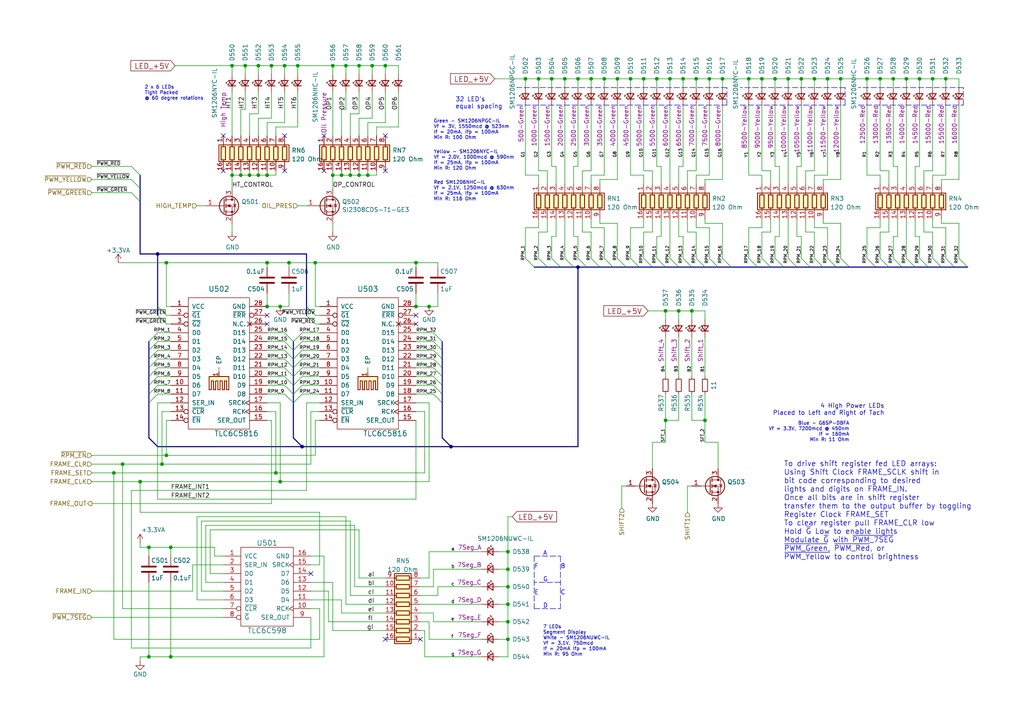
<source format=kicad_sch>
(kicad_sch (version 20211123) (generator eeschema)
  (paper "A4")
  (junction (at 48.26 132.08))
  (junction (at 40.64 139.7))
  (junction (at 43.18 158.75))
  (junction (at 130.81 129.54))
  (junction (at 71.12 19.05))
  (junction (at 167.64 77.47))
  (junction (at 224.79 22.86))
  (junction (at 147.32 160.02))
  (junction (at 220.98 22.86))
  (junction (at 82.55 19.05))
  (junction (at 101.6 50.8))
  (junction (at 147.32 175.26))
  (junction (at 111.76 19.05))
  (junction (at 167.64 22.86))
  (junction (at 190.5 22.86))
  (junction (at 270.51 22.86))
  (junction (at 91.44 76.2))
  (junction (at 100.33 19.05))
  (junction (at 217.17 22.86))
  (junction (at 179.07 22.86))
  (junction (at 96.52 50.8))
  (junction (at 243.84 22.86))
  (junction (at 156.21 22.86))
  (junction (at 104.14 50.8))
  (junction (at 33.02 137.16))
  (junction (at 232.41 22.86))
  (junction (at 86.36 19.05))
  (junction (at 80.01 137.16))
  (junction (at 83.82 76.2))
  (junction (at 87.63 129.54))
  (junction (at 48.26 76.2))
  (junction (at 96.52 19.05))
  (junction (at 69.85 50.8))
  (junction (at 274.32 22.86))
  (junction (at 74.93 50.8))
  (junction (at 67.31 50.8))
  (junction (at 194.31 22.86))
  (junction (at 72.39 50.8))
  (junction (at 262.89 22.86))
  (junction (at 204.47 121.92))
  (junction (at 147.32 170.18))
  (junction (at 107.95 19.05))
  (junction (at 205.74 22.86))
  (junction (at 163.83 22.86))
  (junction (at 46.99 134.62))
  (junction (at 228.6 22.86))
  (junction (at 81.28 139.7))
  (junction (at 77.47 88.9))
  (junction (at 49.53 190.5))
  (junction (at 160.02 22.86))
  (junction (at 259.08 22.86))
  (junction (at 147.32 185.42))
  (junction (at 201.93 22.86))
  (junction (at 77.47 76.2))
  (junction (at 99.06 50.8))
  (junction (at 74.93 19.05))
  (junction (at 78.74 19.05))
  (junction (at 147.32 180.34))
  (junction (at 200.66 90.17))
  (junction (at 77.47 50.8))
  (junction (at 209.55 22.86))
  (junction (at 152.4 22.86))
  (junction (at 196.85 90.17))
  (junction (at 120.65 88.9))
  (junction (at 171.45 22.86))
  (junction (at 186.69 22.86))
  (junction (at 120.65 76.2))
  (junction (at 240.03 22.86))
  (junction (at 266.7 22.86))
  (junction (at 182.88 22.86))
  (junction (at 251.46 22.86))
  (junction (at 198.12 22.86))
  (junction (at 193.04 121.92))
  (junction (at 175.26 22.86))
  (junction (at 49.53 158.75))
  (junction (at 255.27 22.86))
  (junction (at 35.56 134.62))
  (junction (at 124.46 88.9))
  (junction (at 67.31 19.05))
  (junction (at 147.32 165.1))
  (junction (at 106.68 50.8))
  (junction (at 104.14 19.05))
  (junction (at 81.28 88.9))
  (junction (at 236.22 22.86))
  (junction (at 43.18 190.5))
  (junction (at 45.72 73.66))
  (junction (at 193.04 90.17))
  (no_connect (at 120.65 93.98))
  (no_connect (at -374.65 144.78))
  (no_connect (at 77.47 91.44))
  (no_connect (at 93.98 49.53))
  (no_connect (at 111.76 39.37))
  (no_connect (at 90.17 166.37))
  (no_connect (at 82.55 39.37))
  (no_connect (at 82.55 49.53))
  (no_connect (at 64.77 39.37))
  (no_connect (at 64.77 49.53))
  (no_connect (at 93.98 39.37))
  (no_connect (at 111.76 185.42))
  (no_connect (at 121.92 185.42))
  (no_connect (at 120.65 91.44))
  (no_connect (at 111.76 49.53))
  (no_connect (at 77.47 93.98))
  (bus_entry (at 266.7 74.93) (size 2.54 2.54))
  (bus_entry (at 209.55 74.93) (size 2.54 2.54))
  (bus_entry (at 232.41 74.93) (size 2.54 2.54))
  (bus_entry (at 85.09 114.3) (size 2.54 -2.54))
  (bus_entry (at 82.55 106.68) (size 2.54 2.54))
  (bus_entry (at 262.89 74.93) (size 2.54 2.54))
  (bus_entry (at 85.09 104.14) (size 2.54 -2.54))
  (bus_entry (at 45.72 88.9) (size 2.54 2.54))
  (bus_entry (at 243.84 74.93) (size 2.54 2.54))
  (bus_entry (at 228.6 74.93) (size 2.54 2.54))
  (bus_entry (at 82.55 104.14) (size 2.54 2.54))
  (bus_entry (at 152.4 74.93) (size 2.54 2.54))
  (bus_entry (at 205.74 74.93) (size 2.54 2.54))
  (bus_entry (at 125.73 96.52) (size 2.54 2.54))
  (bus_entry (at 163.83 74.93) (size 2.54 2.54))
  (bus_entry (at 85.09 99.06) (size 2.54 -2.54))
  (bus_entry (at 125.73 101.6) (size 2.54 2.54))
  (bus_entry (at 85.09 116.84) (size 2.54 -2.54))
  (bus_entry (at 251.46 74.93) (size 2.54 2.54))
  (bus_entry (at 190.5 74.93) (size 2.54 2.54))
  (bus_entry (at 125.73 111.76) (size 2.54 2.54))
  (bus_entry (at 198.12 74.93) (size 2.54 2.54))
  (bus_entry (at 220.98 74.93) (size 2.54 2.54))
  (bus_entry (at 43.18 116.84) (size 2.54 -2.54))
  (bus_entry (at 82.55 96.52) (size 2.54 2.54))
  (bus_entry (at 43.18 104.14) (size 2.54 -2.54))
  (bus_entry (at 82.55 109.22) (size 2.54 2.54))
  (bus_entry (at 43.18 109.22) (size 2.54 -2.54))
  (bus_entry (at 43.18 99.06) (size 2.54 -2.54))
  (bus_entry (at 85.09 101.6) (size 2.54 -2.54))
  (bus_entry (at 125.73 114.3) (size 2.54 2.54))
  (bus_entry (at 85.09 106.68) (size 2.54 -2.54))
  (bus_entry (at 167.64 74.93) (size 2.54 2.54))
  (bus_entry (at 194.31 74.93) (size 2.54 2.54))
  (bus_entry (at 240.03 74.93) (size 2.54 2.54))
  (bus_entry (at 43.18 106.68) (size 2.54 -2.54))
  (bus_entry (at 259.08 74.93) (size 2.54 2.54))
  (bus_entry (at 236.22 74.93) (size 2.54 2.54))
  (bus_entry (at 278.13 74.93) (size 2.54 2.54))
  (bus_entry (at 171.45 74.93) (size 2.54 2.54))
  (bus_entry (at 182.88 74.93) (size 2.54 2.54))
  (bus_entry (at 125.73 104.14) (size 2.54 2.54))
  (bus_entry (at 255.27 74.93) (size 2.54 2.54))
  (bus_entry (at 125.73 99.06) (size 2.54 2.54))
  (bus_entry (at 82.55 114.3) (size 2.54 2.54))
  (bus_entry (at 38.1 48.26) (size 2.54 2.54))
  (bus_entry (at 88.9 91.44) (size 2.54 2.54))
  (bus_entry (at 179.07 74.93) (size 2.54 2.54))
  (bus_entry (at 85.09 109.22) (size 2.54 -2.54))
  (bus_entry (at 274.32 74.93) (size 2.54 2.54))
  (bus_entry (at 38.1 55.88) (size 2.54 2.54))
  (bus_entry (at 85.09 111.76) (size 2.54 -2.54))
  (bus_entry (at 38.1 52.07) (size 2.54 2.54))
  (bus_entry (at 125.73 106.68) (size 2.54 2.54))
  (bus_entry (at 45.72 91.44) (size 2.54 2.54))
  (bus_entry (at 43.18 111.76) (size 2.54 -2.54))
  (bus_entry (at 217.17 74.93) (size 2.54 2.54))
  (bus_entry (at 125.73 109.22) (size 2.54 2.54))
  (bus_entry (at 186.69 74.93) (size 2.54 2.54))
  (bus_entry (at 224.79 74.93) (size 2.54 2.54))
  (bus_entry (at 156.21 74.93) (size 2.54 2.54))
  (bus_entry (at 43.18 114.3) (size 2.54 -2.54))
  (bus_entry (at 82.55 111.76) (size 2.54 2.54))
  (bus_entry (at 270.51 74.93) (size 2.54 2.54))
  (bus_entry (at 201.93 74.93) (size 2.54 2.54))
  (bus_entry (at 43.18 101.6) (size 2.54 -2.54))
  (bus_entry (at 82.55 101.6) (size 2.54 2.54))
  (bus_entry (at 82.55 99.06) (size 2.54 2.54))
  (bus_entry (at 88.9 88.9) (size 2.54 2.54))
  (bus_entry (at 175.26 74.93) (size 2.54 2.54))
  (bus_entry (at 160.02 74.93) (size 2.54 2.54))
  (wire (pts (xy 49.53 119.38) (xy 46.99 119.38)))
  (wire (pts (xy 86.36 19.05) (xy 86.36 21.59)))
  (wire (pts (xy 111.76 172.72) (xy 101.6 172.72)))
  (wire (pts (xy 186.69 22.86) (xy 190.5 22.86)))
  (wire (pts (xy 64.77 173.99) (xy 57.15 173.99)))
  (polyline (pts (xy 154.94 161.29) (xy 154.94 176.53)))
  (wire (pts (xy 200.66 97.79) (xy 200.66 109.22)))
  (wire (pts (xy 96.52 26.67) (xy 96.52 39.37)))
  (wire (pts (xy 196.85 68.58) (xy 198.12 68.58)))
  (wire (pts (xy 205.74 22.86) (xy 205.74 25.4)))
  (wire (pts (xy 88.9 59.69) (xy 86.36 59.69)))
  (wire (pts (xy 270.51 49.53) (xy 267.97 49.53)))
  (wire (pts (xy 180.34 140.97) (xy 181.61 140.97)))
  (wire (pts (xy 200.66 90.17) (xy 196.85 90.17)))
  (wire (pts (xy 158.75 49.53) (xy 158.75 53.34)))
  (wire (pts (xy 90.17 173.99) (xy 99.06 173.99)))
  (polyline (pts (xy 162.56 168.91) (xy 154.94 168.91)))
  (wire (pts (xy 77.47 114.3) (xy 82.55 114.3)))
  (wire (pts (xy 69.85 39.37) (xy 69.85 31.75)))
  (wire (pts (xy 205.74 30.48) (xy 205.74 50.8)))
  (wire (pts (xy 186.69 50.8) (xy 186.69 53.34)))
  (wire (pts (xy 26.67 137.16) (xy 33.02 137.16)))
  (wire (pts (xy 204.47 64.77) (xy 209.55 64.77)))
  (wire (pts (xy 127 170.18) (xy 139.7 170.18)))
  (wire (pts (xy 60.96 153.67) (xy 104.14 153.67)))
  (wire (pts (xy 121.92 182.88) (xy 123.19 182.88)))
  (wire (pts (xy 224.79 68.58) (xy 224.79 74.93)))
  (wire (pts (xy 125.73 109.22) (xy 120.65 109.22)))
  (wire (pts (xy 121.92 170.18) (xy 125.73 170.18)))
  (bus (pts (xy 265.43 77.47) (xy 269.24 77.47)))
  (wire (pts (xy 43.18 190.5) (xy 49.53 190.5)))
  (wire (pts (xy 77.47 76.2) (xy 77.47 77.47)))
  (wire (pts (xy 193.04 121.92) (xy 193.04 128.27)))
  (wire (pts (xy 236.22 30.48) (xy 236.22 49.53)))
  (wire (pts (xy 67.31 67.31) (xy 67.31 64.77)))
  (wire (pts (xy 48.26 132.08) (xy 91.44 132.08)))
  (bus (pts (xy 246.38 77.47) (xy 254 77.47)))
  (wire (pts (xy 92.71 114.3) (xy 87.63 114.3)))
  (wire (pts (xy 226.06 68.58) (xy 224.79 68.58)))
  (wire (pts (xy 99.06 50.8) (xy 96.52 50.8)))
  (wire (pts (xy 77.47 35.56) (xy 82.55 35.56)))
  (wire (pts (xy 179.07 64.77) (xy 179.07 74.93)))
  (wire (pts (xy 147.32 149.86) (xy 148.59 149.86)))
  (wire (pts (xy 144.78 170.18) (xy 147.32 170.18)))
  (wire (pts (xy 90.17 176.53) (xy 92.71 176.53)))
  (wire (pts (xy 74.93 49.53) (xy 74.93 50.8)))
  (bus (pts (xy 181.61 77.47) (xy 185.42 77.47)))
  (wire (pts (xy 255.27 66.04) (xy 251.46 66.04)))
  (wire (pts (xy 251.46 22.86) (xy 255.27 22.86)))
  (wire (pts (xy 147.32 149.86) (xy 147.32 160.02)))
  (wire (pts (xy 270.51 66.04) (xy 274.32 66.04)))
  (bus (pts (xy 128.27 99.06) (xy 128.27 101.6)))
  (wire (pts (xy 191.77 63.5) (xy 191.77 68.58)))
  (wire (pts (xy 175.26 50.8) (xy 171.45 50.8)))
  (wire (pts (xy 158.75 63.5) (xy 158.75 67.31)))
  (wire (pts (xy 99.06 49.53) (xy 99.06 50.8)))
  (wire (pts (xy 238.76 64.77) (xy 243.84 64.77)))
  (bus (pts (xy 88.9 73.66) (xy 88.9 88.9)))
  (wire (pts (xy 92.71 91.44) (xy 91.44 91.44)))
  (wire (pts (xy 111.76 167.64) (xy 104.14 167.64)))
  (wire (pts (xy 49.53 168.91) (xy 49.53 190.5)))
  (wire (pts (xy 59.69 152.4) (xy 102.87 152.4)))
  (polyline (pts (xy 154.94 176.53) (xy 162.56 176.53)))
  (wire (pts (xy 49.53 106.68) (xy 45.72 106.68)))
  (wire (pts (xy 92.71 88.9) (xy 91.44 88.9)))
  (wire (pts (xy 152.4 30.48) (xy 152.4 50.8)))
  (bus (pts (xy 45.72 129.54) (xy 87.63 129.54)))
  (wire (pts (xy 198.12 22.86) (xy 198.12 25.4)))
  (wire (pts (xy 77.47 39.37) (xy 77.47 35.56)))
  (wire (pts (xy 96.52 49.53) (xy 96.52 50.8)))
  (wire (pts (xy 193.04 92.71) (xy 193.04 90.17)))
  (wire (pts (xy 80.01 49.53) (xy 80.01 50.8)))
  (wire (pts (xy 171.45 22.86) (xy 171.45 25.4)))
  (wire (pts (xy 260.35 63.5) (xy 260.35 68.58)))
  (wire (pts (xy 77.47 50.8) (xy 74.93 50.8)))
  (wire (pts (xy 58.42 151.13) (xy 101.6 151.13)))
  (wire (pts (xy 160.02 48.26) (xy 161.29 48.26)))
  (wire (pts (xy 168.91 49.53) (xy 168.91 53.34)))
  (wire (pts (xy 74.93 19.05) (xy 74.93 21.59)))
  (wire (pts (xy 220.98 50.8) (xy 220.98 53.34)))
  (wire (pts (xy 82.55 19.05) (xy 82.55 21.59)))
  (wire (pts (xy 243.84 22.86) (xy 243.84 25.4)))
  (bus (pts (xy 200.66 77.47) (xy 204.47 77.47)))
  (wire (pts (xy 90.17 119.38) (xy 90.17 134.62)))
  (wire (pts (xy 96.52 64.77) (xy 96.52 67.31)))
  (wire (pts (xy 204.47 52.07) (xy 209.55 52.07)))
  (wire (pts (xy 69.85 49.53) (xy 69.85 50.8)))
  (wire (pts (xy 67.31 19.05) (xy 71.12 19.05)))
  (polyline (pts (xy 154.94 161.29) (xy 162.56 161.29)))
  (wire (pts (xy 190.5 30.48) (xy 190.5 48.26)))
  (wire (pts (xy 179.07 30.48) (xy 179.07 52.07)))
  (wire (pts (xy 45.72 144.78) (xy 120.65 144.78)))
  (wire (pts (xy 259.08 68.58) (xy 259.08 74.93)))
  (wire (pts (xy 35.56 134.62) (xy 35.56 176.53)))
  (wire (pts (xy 251.46 66.04) (xy 251.46 74.93)))
  (wire (pts (xy 40.64 139.7) (xy 40.64 148.59)))
  (wire (pts (xy 186.69 67.31) (xy 186.69 74.93)))
  (polyline (pts (xy 210.82 25.4) (xy 149.86 25.4)))
  (wire (pts (xy 38.1 187.96) (xy 90.17 187.96)))
  (polyline (pts (xy 245.11 30.48) (xy 245.11 25.4)))
  (wire (pts (xy 201.93 67.31) (xy 201.93 74.93)))
  (wire (pts (xy 125.73 99.06) (xy 120.65 99.06)))
  (wire (pts (xy 99.06 173.99) (xy 99.06 177.8)))
  (wire (pts (xy 104.14 153.67) (xy 104.14 167.64)))
  (wire (pts (xy 99.06 39.37) (xy 99.06 31.75)))
  (bus (pts (xy 231.14 77.47) (xy 234.95 77.47)))
  (wire (pts (xy 59.69 59.69) (xy 57.15 59.69)))
  (wire (pts (xy 71.12 19.05) (xy 74.93 19.05)))
  (wire (pts (xy 266.7 22.86) (xy 266.7 25.4)))
  (wire (pts (xy 83.82 77.47) (xy 83.82 76.2)))
  (wire (pts (xy 67.31 26.67) (xy 67.31 39.37)))
  (wire (pts (xy 49.53 96.52) (xy 45.72 96.52)))
  (wire (pts (xy 125.73 177.8) (xy 125.73 180.34)))
  (wire (pts (xy 64.77 168.91) (xy 59.69 168.91)))
  (wire (pts (xy 163.83 30.48) (xy 163.83 53.34)))
  (wire (pts (xy 72.39 33.02) (xy 74.93 33.02)))
  (wire (pts (xy 96.52 168.91) (xy 96.52 182.88)))
  (wire (pts (xy 270.51 22.86) (xy 270.51 25.4)))
  (wire (pts (xy 35.56 134.62) (xy 46.99 134.62)))
  (bus (pts (xy 269.24 77.47) (xy 273.05 77.47)))
  (wire (pts (xy 262.89 63.5) (xy 262.89 74.93)))
  (wire (pts (xy 43.18 161.29) (xy 43.18 158.75)))
  (wire (pts (xy 255.27 49.53) (xy 257.81 49.53)))
  (wire (pts (xy 251.46 30.48) (xy 251.46 50.8)))
  (wire (pts (xy 152.4 25.4) (xy 152.4 22.86)))
  (wire (pts (xy 104.14 34.29) (xy 107.95 34.29)))
  (wire (pts (xy 88.9 116.84) (xy 88.9 142.24)))
  (wire (pts (xy 163.83 63.5) (xy 163.83 74.93)))
  (wire (pts (xy 243.84 64.77) (xy 243.84 74.93)))
  (wire (pts (xy 270.51 22.86) (xy 274.32 22.86)))
  (bus (pts (xy 273.05 77.47) (xy 276.86 77.47)))
  (bus (pts (xy 167.64 77.47) (xy 170.18 77.47)))
  (wire (pts (xy 201.93 66.04) (xy 205.74 66.04)))
  (wire (pts (xy 124.46 167.64) (xy 124.46 160.02)))
  (wire (pts (xy 43.18 168.91) (xy 43.18 190.5)))
  (wire (pts (xy 220.98 67.31) (xy 220.98 74.93)))
  (wire (pts (xy 62.23 161.29) (xy 64.77 161.29)))
  (wire (pts (xy 77.47 119.38) (xy 80.01 119.38)))
  (wire (pts (xy 127 172.72) (xy 127 170.18)))
  (wire (pts (xy 83.82 88.9) (xy 81.28 88.9)))
  (wire (pts (xy 106.68 50.8) (xy 104.14 50.8)))
  (wire (pts (xy 33.02 137.16) (xy 80.01 137.16)))
  (wire (pts (xy 209.55 22.86) (xy 217.17 22.86)))
  (wire (pts (xy 189.23 49.53) (xy 189.23 53.34)))
  (wire (pts (xy 147.32 160.02) (xy 147.32 165.1)))
  (wire (pts (xy 173.99 53.34) (xy 173.99 52.07)))
  (wire (pts (xy 33.02 185.42) (xy 92.71 185.42)))
  (wire (pts (xy 228.6 30.48) (xy 228.6 53.34)))
  (wire (pts (xy 232.41 22.86) (xy 236.22 22.86)))
  (wire (pts (xy 55.88 171.45) (xy 55.88 163.83)))
  (wire (pts (xy 259.08 22.86) (xy 259.08 25.4)))
  (wire (pts (xy 262.89 22.86) (xy 266.7 22.86)))
  (wire (pts (xy 226.06 48.26) (xy 226.06 53.34)))
  (wire (pts (xy 49.53 158.75) (xy 62.23 158.75)))
  (wire (pts (xy 147.32 185.42) (xy 147.32 190.5)))
  (wire (pts (xy 38.1 55.88) (xy 26.67 55.88)))
  (wire (pts (xy 236.22 50.8) (xy 236.22 53.34)))
  (wire (pts (xy 125.73 114.3) (xy 120.65 114.3)))
  (wire (pts (xy 92.71 93.98) (xy 91.44 93.98)))
  (bus (pts (xy 170.18 77.47) (xy 173.99 77.47)))
  (wire (pts (xy 74.93 19.05) (xy 78.74 19.05)))
  (wire (pts (xy 205.74 50.8) (xy 201.93 50.8)))
  (wire (pts (xy 171.45 63.5) (xy 171.45 66.04)))
  (wire (pts (xy 121.92 180.34) (xy 124.46 180.34)))
  (wire (pts (xy 160.02 22.86) (xy 163.83 22.86)))
  (wire (pts (xy 166.37 63.5) (xy 166.37 68.58)))
  (wire (pts (xy 236.22 22.86) (xy 240.03 22.86)))
  (wire (pts (xy 260.35 68.58) (xy 259.08 68.58)))
  (wire (pts (xy 274.32 22.86) (xy 278.13 22.86)))
  (wire (pts (xy 77.47 50.8) (xy 80.01 50.8)))
  (wire (pts (xy 72.39 39.37) (xy 72.39 33.02)))
  (wire (pts (xy 243.84 30.48) (xy 243.84 52.07)))
  (wire (pts (xy 190.5 22.86) (xy 194.31 22.86)))
  (wire (pts (xy 64.77 166.37) (xy 60.96 166.37)))
  (wire (pts (xy 125.73 106.68) (xy 120.65 106.68)))
  (wire (pts (xy 77.47 111.76) (xy 82.55 111.76)))
  (wire (pts (xy 92.71 104.14) (xy 87.63 104.14)))
  (wire (pts (xy 191.77 68.58) (xy 190.5 68.58)))
  (wire (pts (xy 26.67 139.7) (xy 40.64 139.7)))
  (wire (pts (xy 255.27 67.31) (xy 255.27 74.93)))
  (wire (pts (xy 80.01 36.83) (xy 86.36 36.83)))
  (wire (pts (xy 91.44 121.92) (xy 91.44 132.08)))
  (wire (pts (xy 232.41 30.48) (xy 232.41 48.26)))
  (wire (pts (xy 100.33 149.86) (xy 100.33 175.26)))
  (wire (pts (xy 40.64 190.5) (xy 43.18 190.5)))
  (wire (pts (xy 124.46 116.84) (xy 124.46 139.7)))
  (wire (pts (xy 204.47 121.92) (xy 204.47 114.3)))
  (wire (pts (xy 45.72 114.3) (xy 49.53 114.3)))
  (wire (pts (xy 228.6 22.86) (xy 232.41 22.86)))
  (wire (pts (xy 238.76 52.07) (xy 243.84 52.07)))
  (wire (pts (xy 255.27 30.48) (xy 255.27 49.53)))
  (wire (pts (xy 236.22 63.5) (xy 236.22 66.04)))
  (wire (pts (xy 204.47 53.34) (xy 204.47 52.07)))
  (bus (pts (xy 261.62 77.47) (xy 265.43 77.47)))
  (wire (pts (xy 217.17 66.04) (xy 217.17 74.93)))
  (wire (pts (xy 91.44 88.9) (xy 91.44 76.2)))
  (wire (pts (xy 72.39 50.8) (xy 69.85 50.8)))
  (wire (pts (xy 50.8 19.05) (xy 67.31 19.05)))
  (wire (pts (xy 106.68 49.53) (xy 106.68 50.8)))
  (wire (pts (xy 163.83 22.86) (xy 163.83 25.4)))
  (bus (pts (xy 43.18 109.22) (xy 43.18 111.76)))
  (wire (pts (xy 62.23 158.75) (xy 62.23 161.29)))
  (wire (pts (xy 198.12 68.58) (xy 198.12 74.93)))
  (wire (pts (xy 49.53 93.98) (xy 48.26 93.98)))
  (wire (pts (xy 34.29 76.2) (xy 48.26 76.2)))
  (wire (pts (xy 171.45 22.86) (xy 175.26 22.86)))
  (wire (pts (xy 204.47 63.5) (xy 204.47 64.77)))
  (wire (pts (xy 171.45 50.8) (xy 171.45 53.34)))
  (wire (pts (xy 274.32 50.8) (xy 270.51 50.8)))
  (wire (pts (xy 72.39 49.53) (xy 72.39 50.8)))
  (wire (pts (xy 217.17 22.86) (xy 217.17 25.4)))
  (bus (pts (xy 238.76 77.47) (xy 242.57 77.47)))
  (wire (pts (xy 77.47 88.9) (xy 81.28 88.9)))
  (wire (pts (xy 189.23 135.89) (xy 189.23 128.27)))
  (wire (pts (xy 233.68 63.5) (xy 233.68 67.31)))
  (wire (pts (xy 40.64 190.5) (xy 40.64 191.77)))
  (wire (pts (xy 95.25 171.45) (xy 95.25 180.34)))
  (wire (pts (xy 49.53 99.06) (xy 45.72 99.06)))
  (wire (pts (xy 101.6 50.8) (xy 99.06 50.8)))
  (wire (pts (xy 167.64 48.26) (xy 166.37 48.26)))
  (wire (pts (xy 71.12 26.67) (xy 71.12 31.75)))
  (wire (pts (xy 121.92 177.8) (xy 125.73 177.8)))
  (wire (pts (xy 251.46 50.8) (xy 255.27 50.8)))
  (wire (pts (xy 144.78 175.26) (xy 147.32 175.26)))
  (wire (pts (xy 125.73 104.14) (xy 120.65 104.14)))
  (wire (pts (xy 226.06 63.5) (xy 226.06 68.58)))
  (wire (pts (xy 267.97 63.5) (xy 267.97 67.31)))
  (wire (pts (xy 198.12 30.48) (xy 198.12 48.26)))
  (wire (pts (xy 49.53 88.9) (xy 48.26 88.9)))
  (wire (pts (xy 152.4 22.86) (xy 156.21 22.86)))
  (wire (pts (xy 260.35 48.26) (xy 260.35 53.34)))
  (wire (pts (xy 49.53 121.92) (xy 48.26 121.92)))
  (wire (pts (xy 196.85 48.26) (xy 196.85 53.34)))
  (bus (pts (xy 223.52 77.47) (xy 227.33 77.47)))
  (wire (pts (xy 209.55 30.48) (xy 209.55 52.07)))
  (bus (pts (xy 43.18 116.84) (xy 43.18 127)))
  (bus (pts (xy 85.09 104.14) (xy 85.09 106.68)))
  (bus (pts (xy 196.85 77.47) (xy 200.66 77.47)))
  (wire (pts (xy 273.05 64.77) (xy 278.13 64.77)))
  (wire (pts (xy 167.64 22.86) (xy 171.45 22.86)))
  (wire (pts (xy 92.71 163.83) (xy 92.71 148.59)))
  (wire (pts (xy 125.73 111.76) (xy 120.65 111.76)))
  (wire (pts (xy 156.21 50.8) (xy 156.21 53.34)))
  (wire (pts (xy 120.65 88.9) (xy 124.46 88.9)))
  (wire (pts (xy 156.21 63.5) (xy 156.21 66.04)))
  (wire (pts (xy 147.32 190.5) (xy 144.78 190.5)))
  (wire (pts (xy 240.03 22.86) (xy 243.84 22.86)))
  (wire (pts (xy 80.01 137.16) (xy 123.19 137.16)))
  (wire (pts (xy 175.26 66.04) (xy 175.26 74.93)))
  (bus (pts (xy 128.27 127) (xy 130.81 129.54)))
  (bus (pts (xy 43.18 114.3) (xy 43.18 116.84)))
  (wire (pts (xy 161.29 63.5) (xy 161.29 68.58)))
  (bus (pts (xy 166.37 77.47) (xy 167.64 77.47)))
  (wire (pts (xy 81.28 139.7) (xy 124.46 139.7)))
  (wire (pts (xy 60.96 166.37) (xy 60.96 153.67)))
  (bus (pts (xy 212.09 77.47) (xy 219.71 77.47)))
  (wire (pts (xy 270.51 67.31) (xy 270.51 74.93)))
  (wire (pts (xy 228.6 22.86) (xy 228.6 25.4)))
  (wire (pts (xy 220.98 63.5) (xy 220.98 66.04)))
  (bus (pts (xy 43.18 127) (xy 45.72 129.54)))
  (wire (pts (xy 196.85 109.22) (xy 196.85 97.79)))
  (bus (pts (xy 43.18 99.06) (xy 43.18 101.6)))
  (wire (pts (xy 204.47 109.22) (xy 204.47 97.79)))
  (wire (pts (xy 115.57 26.67) (xy 115.57 36.83)))
  (wire (pts (xy 40.64 148.59) (xy 92.71 148.59)))
  (wire (pts (xy 82.55 99.06) (xy 77.47 99.06)))
  (wire (pts (xy 201.93 22.86) (xy 205.74 22.86)))
  (wire (pts (xy 49.53 190.5) (xy 93.98 190.5)))
  (wire (pts (xy 107.95 19.05) (xy 107.95 21.59)))
  (wire (pts (xy 273.05 63.5) (xy 273.05 64.77)))
  (wire (pts (xy 278.13 22.86) (xy 278.13 25.4)))
  (wire (pts (xy 199.39 140.97) (xy 199.39 148.59)))
  (bus (pts (xy 85.09 116.84) (xy 85.09 127)))
  (wire (pts (xy 238.76 53.34) (xy 238.76 52.07)))
  (wire (pts (xy 196.85 114.3) (xy 196.85 121.92)))
  (wire (pts (xy 182.88 22.86) (xy 186.69 22.86)))
  (wire (pts (xy 217.17 30.48) (xy 217.17 50.8)))
  (wire (pts (xy 100.33 26.67) (xy 100.33 31.75)))
  (wire (pts (xy 78.74 121.92) (xy 78.74 146.05)))
  (wire (pts (xy 46.99 119.38) (xy 46.99 134.62)))
  (wire (pts (xy 190.5 68.58) (xy 190.5 74.93)))
  (wire (pts (xy 232.41 22.86) (xy 232.41 25.4)))
  (wire (pts (xy 93.98 190.5) (xy 93.98 161.29)))
  (wire (pts (xy 82.55 101.6) (xy 77.47 101.6)))
  (wire (pts (xy 109.22 39.37) (xy 109.22 36.83)))
  (wire (pts (xy 231.14 48.26) (xy 231.14 53.34)))
  (wire (pts (xy 266.7 68.58) (xy 266.7 74.93)))
  (wire (pts (xy 190.5 48.26) (xy 191.77 48.26)))
  (wire (pts (xy 240.03 30.48) (xy 240.03 50.8)))
  (bus (pts (xy 85.09 101.6) (xy 85.09 104.14)))
  (wire (pts (xy 175.26 22.86) (xy 179.07 22.86)))
  (wire (pts (xy 255.27 22.86) (xy 259.08 22.86)))
  (polyline (pts (xy 214.63 30.48) (xy 245.11 30.48)))
  (wire (pts (xy 71.12 19.05) (xy 71.12 21.59)))
  (wire (pts (xy 265.43 63.5) (xy 265.43 68.58)))
  (wire (pts (xy 186.69 63.5) (xy 186.69 66.04)))
  (wire (pts (xy 82.55 19.05) (xy 86.36 19.05)))
  (wire (pts (xy 74.93 39.37) (xy 74.93 34.29)))
  (wire (pts (xy 143.51 22.86) (xy 152.4 22.86)))
  (wire (pts (xy 173.99 52.07) (xy 179.07 52.07)))
  (wire (pts (xy 273.05 52.07) (xy 278.13 52.07)))
  (wire (pts (xy 123.19 190.5) (xy 139.7 190.5)))
  (bus (pts (xy 193.04 77.47) (xy 196.85 77.47)))
  (wire (pts (xy 77.47 76.2) (xy 83.82 76.2)))
  (wire (pts (xy 209.55 22.86) (xy 209.55 25.4)))
  (wire (pts (xy 220.98 22.86) (xy 220.98 25.4)))
  (wire (pts (xy 236.22 22.86) (xy 236.22 25.4)))
  (wire (pts (xy 59.69 168.91) (xy 59.69 152.4)))
  (wire (pts (xy 123.19 119.38) (xy 123.19 137.16)))
  (wire (pts (xy 240.03 22.86) (xy 240.03 25.4)))
  (wire (pts (xy 199.39 49.53) (xy 199.39 53.34)))
  (wire (pts (xy 91.44 76.2) (xy 120.65 76.2)))
  (bus (pts (xy 154.94 77.47) (xy 158.75 77.47)))
  (wire (pts (xy 100.33 19.05) (xy 104.14 19.05)))
  (wire (pts (xy 48.26 88.9) (xy 48.26 76.2)))
  (wire (pts (xy 90.17 187.96) (xy 90.17 179.07)))
  (bus (pts (xy 128.27 109.22) (xy 128.27 111.76)))
  (bus (pts (xy 128.27 104.14) (xy 128.27 106.68)))
  (wire (pts (xy 82.55 109.22) (xy 77.47 109.22)))
  (bus (pts (xy 128.27 111.76) (xy 128.27 114.3)))
  (wire (pts (xy 257.81 63.5) (xy 257.81 67.31)))
  (wire (pts (xy 106.68 39.37) (xy 106.68 35.56)))
  (bus (pts (xy 128.27 106.68) (xy 128.27 109.22)))
  (wire (pts (xy 144.78 165.1) (xy 147.32 165.1)))
  (bus (pts (xy 40.64 54.61) (xy 40.64 58.42)))
  (wire (pts (xy 46.99 134.62) (xy 90.17 134.62)))
  (wire (pts (xy 156.21 30.48) (xy 156.21 49.53)))
  (wire (pts (xy 92.71 176.53) (xy 92.71 185.42)))
  (wire (pts (xy 107.95 26.67) (xy 107.95 34.29)))
  (wire (pts (xy 267.97 67.31) (xy 270.51 67.31)))
  (wire (pts (xy 243.84 22.86) (xy 251.46 22.86)))
  (bus (pts (xy 162.56 77.47) (xy 166.37 77.47)))
  (wire (pts (xy 86.36 19.05) (xy 96.52 19.05)))
  (wire (pts (xy 48.26 76.2) (xy 77.47 76.2)))
  (wire (pts (xy 111.76 19.05) (xy 111.76 21.59)))
  (wire (pts (xy 92.71 106.68) (xy 87.63 106.68)))
  (wire (pts (xy 78.74 26.67) (xy 78.74 34.29)))
  (wire (pts (xy 220.98 22.86) (xy 224.79 22.86)))
  (wire (pts (xy 64.77 179.07) (xy 26.67 179.07)))
  (wire (pts (xy 83.82 76.2) (xy 91.44 76.2)))
  (wire (pts (xy 49.53 116.84) (xy 45.72 116.84)))
  (wire (pts (xy 77.47 116.84) (xy 81.28 116.84)))
  (wire (pts (xy 199.39 67.31) (xy 201.93 67.31)))
  (wire (pts (xy 127 85.09) (xy 127 88.9)))
  (wire (pts (xy 82.55 104.14) (xy 77.47 104.14)))
  (wire (pts (xy 274.32 30.48) (xy 274.32 50.8)))
  (wire (pts (xy 104.14 39.37) (xy 104.14 34.29)))
  (wire (pts (xy 173.99 64.77) (xy 179.07 64.77)))
  (wire (pts (xy 204.47 90.17) (xy 200.66 90.17)))
  (wire (pts (xy 45.72 111.76) (xy 49.53 111.76)))
  (wire (pts (xy 182.88 22.86) (xy 182.88 25.4)))
  (polyline (pts (xy 279.4 25.4) (xy 248.92 25.4)))
  (wire (pts (xy 26.67 134.62) (xy 35.56 134.62)))
  (wire (pts (xy 93.98 161.29) (xy 90.17 161.29)))
  (wire (pts (xy 144.78 185.42) (xy 147.32 185.42)))
  (wire (pts (xy 125.73 165.1) (xy 139.7 165.1)))
  (bus (pts (xy 85.09 106.68) (xy 85.09 109.22)))
  (wire (pts (xy 101.6 33.02) (xy 104.14 33.02)))
  (wire (pts (xy 266.7 22.86) (xy 270.51 22.86)))
  (bus (pts (xy 254 77.47) (xy 257.81 77.47)))
  (wire (pts (xy 111.76 19.05) (xy 115.57 19.05)))
  (polyline (pts (xy 210.82 30.48) (xy 210.82 25.4)))
  (wire (pts (xy 125.73 170.18) (xy 125.73 165.1)))
  (wire (pts (xy 55.88 163.83) (xy 64.77 163.83)))
  (bus (pts (xy 43.18 104.14) (xy 43.18 106.68)))
  (wire (pts (xy 266.7 48.26) (xy 265.43 48.26)))
  (wire (pts (xy 270.51 30.48) (xy 270.51 49.53)))
  (wire (pts (xy 198.12 48.26) (xy 196.85 48.26)))
  (wire (pts (xy 201.93 50.8) (xy 201.93 53.34)))
  (wire (pts (xy 166.37 68.58) (xy 167.64 68.58)))
  (wire (pts (xy 236.22 66.04) (xy 240.03 66.04)))
  (wire (pts (xy 95.25 180.34) (xy 111.76 180.34)))
  (wire (pts (xy 156.21 22.86) (xy 160.02 22.86)))
  (wire (pts (xy 74.93 34.29) (xy 78.74 34.29)))
  (wire (pts (xy 58.42 171.45) (xy 58.42 151.13)))
  (wire (pts (xy 92.71 99.06) (xy 87.63 99.06)))
  (wire (pts (xy 104.14 50.8) (xy 101.6 50.8)))
  (wire (pts (xy 171.45 66.04) (xy 175.26 66.04)))
  (wire (pts (xy 90.17 168.91) (xy 96.52 168.91)))
  (wire (pts (xy 26.67 132.08) (xy 48.26 132.08)))
  (wire (pts (xy 160.02 68.58) (xy 160.02 74.93)))
  (wire (pts (xy 88.9 116.84) (xy 92.71 116.84)))
  (bus (pts (xy 43.18 111.76) (xy 43.18 114.3)))
  (bus (pts (xy 43.18 101.6) (xy 43.18 104.14)))
  (wire (pts (xy 186.69 66.04) (xy 182.88 66.04)))
  (bus (pts (xy 85.09 99.06) (xy 85.09 101.6)))
  (wire (pts (xy 180.34 147.32) (xy 180.34 140.97)))
  (wire (pts (xy 69.85 50.8) (xy 67.31 50.8)))
  (wire (pts (xy 208.28 135.89) (xy 208.28 128.27)))
  (wire (pts (xy 82.55 26.67) (xy 82.55 35.56)))
  (wire (pts (xy 26.67 171.45) (xy 55.88 171.45)))
  (wire (pts (xy 144.78 180.34) (xy 147.32 180.34)))
  (wire (pts (xy 87.63 111.76) (xy 92.71 111.76)))
  (wire (pts (xy 220.98 66.04) (xy 217.17 66.04)))
  (wire (pts (xy 125.73 101.6) (xy 120.65 101.6)))
  (wire (pts (xy 152.4 66.04) (xy 152.4 74.93)))
  (wire (pts (xy 220.98 30.48) (xy 220.98 49.53)))
  (wire (pts (xy 120.65 121.92) (xy 120.65 144.78)))
  (wire (pts (xy 77.47 96.52) (xy 82.55 96.52)))
  (wire (pts (xy 101.6 151.13) (xy 101.6 172.72)))
  (wire (pts (xy 240.03 50.8) (xy 236.22 50.8)))
  (wire (pts (xy 204.47 128.27) (xy 208.28 128.27)))
  (wire (pts (xy 77.47 121.92) (xy 78.74 121.92)))
  (wire (pts (xy 120.65 76.2) (xy 127 76.2)))
  (wire (pts (xy 201.93 22.86) (xy 201.93 25.4)))
  (wire (pts (xy 99.06 31.75) (xy 100.33 31.75)))
  (bus (pts (xy 242.57 77.47) (xy 246.38 77.47)))
  (wire (pts (xy 182.88 66.04) (xy 182.88 74.93)))
  (wire (pts (xy 257.81 49.53) (xy 257.81 53.34)))
  (wire (pts (xy 233.68 67.31) (xy 236.22 67.31)))
  (wire (pts (xy 255.27 22.86) (xy 255.27 25.4)))
  (bus (pts (xy 257.81 77.47) (xy 261.62 77.47)))
  (wire (pts (xy 92.71 121.92) (xy 91.44 121.92)))
  (wire (pts (xy 107.95 19.05) (xy 111.76 19.05)))
  (wire (pts (xy 49.53 109.22) (xy 45.72 109.22)))
  (wire (pts (xy 38.1 48.26) (xy 26.67 48.26)))
  (wire (pts (xy 179.07 22.86) (xy 182.88 22.86)))
  (wire (pts (xy 200.66 121.92) (xy 200.66 114.3)))
  (wire (pts (xy 160.02 30.48) (xy 160.02 48.26)))
  (wire (pts (xy 64.77 171.45) (xy 58.42 171.45)))
  (wire (pts (xy 166.37 48.26) (xy 166.37 53.34)))
  (wire (pts (xy 120.65 85.09) (xy 120.65 88.9)))
  (wire (pts (xy 190.5 22.86) (xy 190.5 25.4)))
  (wire (pts (xy 38.1 142.24) (xy 88.9 142.24)))
  (wire (pts (xy 106.68 50.8) (xy 109.22 50.8)))
  (bus (pts (xy 128.27 114.3) (xy 128.27 116.84)))
  (wire (pts (xy 255.27 63.5) (xy 255.27 66.04)))
  (wire (pts (xy 102.87 152.4) (xy 102.87 170.18)))
  (wire (pts (xy 257.81 67.31) (xy 255.27 67.31)))
  (wire (pts (xy 124.46 160.02) (xy 139.7 160.02)))
  (wire (pts (xy 224.79 22.86) (xy 224.79 25.4)))
  (wire (pts (xy 49.53 101.6) (xy 45.72 101.6)))
  (wire (pts (xy 168.91 67.31) (xy 171.45 67.31)))
  (wire (pts (xy 270.51 63.5) (xy 270.51 66.04)))
  (wire (pts (xy 259.08 22.86) (xy 262.89 22.86)))
  (wire (pts (xy 194.31 22.86) (xy 194.31 25.4)))
  (polyline (pts (xy 245.11 25.4) (xy 214.63 25.4)))
  (wire (pts (xy 43.18 158.75) (xy 49.53 158.75)))
  (wire (pts (xy 106.68 35.56) (xy 111.76 35.56)))
  (wire (pts (xy 198.12 22.86) (xy 201.93 22.86)))
  (wire (pts (xy 40.64 158.75) (xy 43.18 158.75)))
  (wire (pts (xy 77.47 49.53) (xy 77.47 50.8)))
  (wire (pts (xy 189.23 63.5) (xy 189.23 67.31)))
  (bus (pts (xy 204.47 77.47) (xy 208.28 77.47)))
  (wire (pts (xy 78.74 146.05) (xy 26.67 146.05)))
  (wire (pts (xy 201.93 30.48) (xy 201.93 49.53)))
  (wire (pts (xy 167.64 30.48) (xy 167.64 48.26)))
  (wire (pts (xy 200.66 121.92) (xy 204.47 121.92)))
  (wire (pts (xy 74.93 50.8) (xy 72.39 50.8)))
  (bus (pts (xy 40.64 58.42) (xy 40.64 73.66)))
  (wire (pts (xy 49.53 161.29) (xy 49.53 158.75)))
  (polyline (pts (xy 149.86 30.48) (xy 210.82 30.48)))
  (wire (pts (xy 270.51 50.8) (xy 270.51 53.34)))
  (wire (pts (xy 196.85 90.17) (xy 193.04 90.17)))
  (wire (pts (xy 194.31 30.48) (xy 194.31 53.34)))
  (wire (pts (xy 228.6 63.5) (xy 228.6 74.93)))
  (wire (pts (xy 205.74 66.04) (xy 205.74 74.93)))
  (wire (pts (xy 240.03 66.04) (xy 240.03 74.93)))
  (wire (pts (xy 92.71 96.52) (xy 87.63 96.52)))
  (wire (pts (xy 238.76 63.5) (xy 238.76 64.77)))
  (wire (pts (xy 262.89 30.48) (xy 262.89 53.34)))
  (wire (pts (xy 267.97 49.53) (xy 267.97 53.34)))
  (bus (pts (xy 85.09 114.3) (xy 85.09 116.84)))
  (wire (pts (xy 173.99 63.5) (xy 173.99 64.77)))
  (wire (pts (xy 78.74 19.05) (xy 82.55 19.05)))
  (wire (pts (xy 109.22 36.83) (xy 115.57 36.83)))
  (bus (pts (xy 85.09 127) (xy 87.63 129.54)))
  (wire (pts (xy 193.04 121.92) (xy 193.04 114.3)))
  (wire (pts (xy 182.88 50.8) (xy 186.69 50.8)))
  (wire (pts (xy 147.32 175.26) (xy 147.32 180.34)))
  (wire (pts (xy 200.66 140.97) (xy 199.39 140.97)))
  (bus (pts (xy 177.8 77.47) (xy 181.61 77.47)))
  (polyline (pts (xy 162.56 161.29) (xy 162.56 176.53)))
  (wire (pts (xy 232.41 48.26) (xy 231.14 48.26)))
  (wire (pts (xy 161.29 68.58) (xy 160.02 68.58)))
  (wire (pts (xy 171.45 30.48) (xy 171.45 49.53)))
  (wire (pts (xy 104.14 26.67) (xy 104.14 33.02)))
  (bus (pts (xy 219.71 77.47) (xy 223.52 77.47)))
  (wire (pts (xy 38.1 187.96) (xy 38.1 142.24)))
  (wire (pts (xy 127 88.9) (xy 124.46 88.9)))
  (wire (pts (xy 223.52 49.53) (xy 223.52 53.34)))
  (wire (pts (xy 189.23 67.31) (xy 186.69 67.31)))
  (wire (pts (xy 168.91 63.5) (xy 168.91 67.31)))
  (bus (pts (xy 158.75 77.47) (xy 162.56 77.47)))
  (wire (pts (xy 115.57 19.05) (xy 115.57 21.59)))
  (wire (pts (xy 223.52 63.5) (xy 223.52 67.31)))
  (wire (pts (xy 96.52 50.8) (xy 96.52 54.61)))
  (wire (pts (xy 273.05 53.34) (xy 273.05 52.07)))
  (wire (pts (xy 171.45 67.31) (xy 171.45 74.93)))
  (wire (pts (xy 158.75 67.31) (xy 156.21 67.31)))
  (wire (pts (xy 111.76 170.18) (xy 102.87 170.18)))
  (wire (pts (xy 231.14 63.5) (xy 231.14 68.58)))
  (wire (pts (xy 152.4 50.8) (xy 156.21 50.8)))
  (wire (pts (xy 106.68 107.95) (xy 106.68 106.68)))
  (wire (pts (xy 274.32 22.86) (xy 274.32 25.4)))
  (wire (pts (xy 111.76 26.67) (xy 111.76 35.56)))
  (bus (pts (xy 208.28 77.47) (xy 212.09 77.47)))
  (wire (pts (xy 265.43 48.26) (xy 265.43 53.34)))
  (wire (pts (xy 40.64 157.48) (xy 40.64 158.75)))
  (wire (pts (xy 78.74 19.05) (xy 78.74 21.59)))
  (wire (pts (xy 209.55 64.77) (xy 209.55 74.93)))
  (wire (pts (xy 266.7 30.48) (xy 266.7 48.26)))
  (wire (pts (xy 220.98 49.53) (xy 223.52 49.53)))
  (wire (pts (xy 175.26 30.48) (xy 175.26 50.8)))
  (bus (pts (xy 167.64 77.47) (xy 167.64 129.54)))
  (wire (pts (xy 124.46 185.42) (xy 139.7 185.42)))
  (wire (pts (xy 49.53 104.14) (xy 45.72 104.14)))
  (wire (pts (xy 160.02 22.86) (xy 160.02 25.4)))
  (wire (pts (xy 171.45 49.53) (xy 168.91 49.53)))
  (bus (pts (xy 45.72 73.66) (xy 40.64 73.66)))
  (wire (pts (xy 96.52 19.05) (xy 96.52 21.59)))
  (wire (pts (xy 121.92 172.72) (xy 127 172.72)))
  (wire (pts (xy 48.26 121.92) (xy 48.26 132.08)))
  (bus (pts (xy 185.42 77.47) (xy 189.23 77.47)))
  (bus (pts (xy 45.72 88.9) (xy 45.72 91.44)))
  (bus (pts (xy 87.63 129.54) (xy 130.81 129.54)))
  (wire (pts (xy 232.41 68.58) (xy 232.41 74.93)))
  (wire (pts (xy 120.65 116.84) (xy 124.46 116.84)))
  (bus (pts (xy 189.23 77.47) (xy 193.04 77.47)))
  (wire (pts (xy 205.74 22.86) (xy 209.55 22.86)))
  (wire (pts (xy 186.69 30.48) (xy 186.69 49.53)))
  (wire (pts (xy 236.22 67.31) (xy 236.22 74.93)))
  (wire (pts (xy 124.46 180.34) (xy 124.46 185.42)))
  (wire (pts (xy 90.17 163.83) (xy 92.71 163.83)))
  (wire (pts (xy 251.46 22.86) (xy 251.46 25.4)))
  (wire (pts (xy 100.33 19.05) (xy 100.33 21.59)))
  (bus (pts (xy 88.9 73.66) (xy 45.72 73.66)))
  (wire (pts (xy 182.88 30.48) (xy 182.88 50.8)))
  (wire (pts (xy 40.64 139.7) (xy 81.28 139.7)))
  (wire (pts (xy 175.26 22.86) (xy 175.26 25.4)))
  (wire (pts (xy 92.71 109.22) (xy 87.63 109.22)))
  (wire (pts (xy 196.85 63.5) (xy 196.85 68.58)))
  (wire (pts (xy 101.6 39.37) (xy 101.6 33.02)))
  (bus (pts (xy 85.09 111.76) (xy 85.09 114.3)))
  (wire (pts (xy 111.76 182.88) (xy 96.52 182.88)))
  (wire (pts (xy 81.28 116.84) (xy 81.28 139.7)))
  (wire (pts (xy 156.21 49.53) (xy 158.75 49.53)))
  (wire (pts (xy 217.17 22.86) (xy 220.98 22.86)))
  (wire (pts (xy 179.07 22.86) (xy 179.07 25.4)))
  (wire (pts (xy 224.79 30.48) (xy 224.79 48.26)))
  (wire (pts (xy 80.01 39.37) (xy 80.01 36.83)))
  (wire (pts (xy 161.29 48.26) (xy 161.29 53.34)))
  (wire (pts (xy 120.65 96.52) (xy 125.73 96.52)))
  (wire (pts (xy 101.6 49.53) (xy 101.6 50.8)))
  (polyline (pts (xy 279.4 30.48) (xy 279.4 25.4)))
  (wire (pts (xy 127 76.2) (xy 127 77.47)))
  (wire (pts (xy 194.31 22.86) (xy 198.12 22.86)))
  (wire (pts (xy 147.32 170.18) (xy 147.32 175.26)))
  (bus (pts (xy 128.27 116.84) (xy 128.27 127)))
  (wire (pts (xy 144.78 160.02) (xy 147.32 160.02)))
  (wire (pts (xy 201.93 49.53) (xy 199.39 49.53)))
  (wire (pts (xy 189.23 128.27) (xy 193.04 128.27)))
  (wire (pts (xy 120.65 76.2) (xy 120.65 77.47)))
  (wire (pts (xy 156.21 67.31) (xy 156.21 74.93)))
  (polyline (pts (xy 248.92 30.48) (xy 279.4 30.48)))
  (wire (pts (xy 255.27 50.8) (xy 255.27 53.34)))
  (wire (pts (xy 259.08 30.48) (xy 259.08 48.26)))
  (wire (pts (xy 186.69 22.86) (xy 186.69 25.4)))
  (wire (pts (xy 104.14 19.05) (xy 107.95 19.05)))
  (wire (pts (xy 233.68 49.53) (xy 233.68 53.34)))
  (wire (pts (xy 109.22 49.53) (xy 109.22 50.8)))
  (bus (pts (xy 130.81 129.54) (xy 167.64 129.54)))
  (bus (pts (xy 85.09 109.22) (xy 85.09 111.76)))
  (wire (pts (xy 74.93 26.67) (xy 74.93 33.02)))
  (wire (pts (xy 194.31 63.5) (xy 194.31 74.93)))
  (wire (pts (xy 200.66 92.71) (xy 200.66 90.17)))
  (wire (pts (xy 82.55 106.68) (xy 77.47 106.68)))
  (wire (pts (xy 96.52 19.05) (xy 100.33 19.05)))
  (wire (pts (xy 196.85 121.92) (xy 193.04 121.92)))
  (wire (pts (xy 100.33 175.26) (xy 111.76 175.26)))
  (wire (pts (xy 262.89 25.4) (xy 262.89 22.86)))
  (wire (pts (xy 274.32 66.04) (xy 274.32 74.93)))
  (wire (pts (xy 49.53 91.44) (xy 48.26 91.44)))
  (wire (pts (xy 104.14 19.05) (xy 104.14 21.59)))
  (wire (pts (xy 204.47 128.27) (xy 204.47 121.92)))
  (bus (pts (xy 45.72 73.66) (xy 45.72 88.9)))
  (wire (pts (xy 193.04 90.17) (xy 187.96 90.17)))
  (wire (pts (xy 120.65 119.38) (xy 123.19 119.38)))
  (wire (pts (xy 67.31 50.8) (xy 67.31 54.61)))
  (wire (pts (xy 156.21 66.04) (xy 152.4 66.04)))
  (bus (pts (xy 227.33 77.47) (xy 231.14 77.47)))
  (wire (pts (xy 57.15 173.99) (xy 57.15 149.86)))
  (wire (pts (xy 223.52 67.31) (xy 220.98 67.31)))
  (wire (pts (xy 33.02 137.16) (xy 33.02 185.42)))
  (wire (pts (xy 83.82 85.09) (xy 83.82 88.9)))
  (wire (pts (xy 38.1 52.07) (xy 26.67 52.07)))
  (bus (pts (xy 40.64 50.8) (xy 40.64 54.61)))
  (wire (pts (xy 99.06 177.8) (xy 111.76 177.8)))
  (wire (pts (xy 69.85 31.75) (xy 71.12 31.75)))
  (wire (pts (xy 217.17 50.8) (xy 220.98 50.8)))
  (wire (pts (xy 67.31 49.53) (xy 67.31 50.8)))
  (wire (pts (xy 67.31 19.05) (xy 67.31 21.59)))
  (wire (pts (xy 236.22 49.53) (xy 233.68 49.53)))
  (wire (pts (xy 147.32 180.34) (xy 147.32 185.42)))
  (bus (pts (xy 43.18 106.68) (xy 43.18 109.22)))
  (wire (pts (xy 63.5 107.95) (xy 63.5 106.68)))
  (wire (pts (xy 156.21 22.86) (xy 156.21 25.4)))
  (bus (pts (xy 128.27 101.6) (xy 128.27 104.14)))
  (wire (pts (xy 199.39 63.5) (xy 199.39 67.31)))
  (wire (pts (xy 90.17 171.45) (xy 95.25 171.45)))
  (bus (pts (xy 88.9 88.9) (xy 88.9 91.44)))
  (wire (pts (xy 92.71 101.6) (xy 87.63 101.6)))
  (wire (pts (xy 193.04 97.79) (xy 193.04 109.22)))
  (wire (pts (xy 224.79 48.26) (xy 226.06 48.26)))
  (wire (pts (xy 167.64 22.86) (xy 167.64 25.4)))
  (wire (pts (xy 121.92 167.64) (xy 124.46 167.64)))
  (wire (pts (xy 121.92 175.26) (xy 139.7 175.26)))
  (wire (pts (xy 86.36 26.67) (xy 86.36 36.83)))
  (wire (pts (xy 92.71 119.38) (xy 90.17 119.38)))
  (wire (pts (xy 80.01 119.38) (xy 80.01 137.16)))
  (bus (pts (xy 234.95 77.47) (xy 238.76 77.47)))
  (wire (pts (xy 57.15 149.86) (xy 100.33 149.86)))
  (wire (pts (xy 191.77 48.26) (xy 191.77 53.34)))
  (wire (pts (xy 278.13 30.48) (xy 278.13 52.07)))
  (wire (pts (xy 167.64 68.58) (xy 167.64 74.93)))
  (wire (pts (xy 77.47 85.09) (xy 77.47 88.9)))
  (wire (pts (xy 265.43 68.58) (xy 266.7 68.58)))
  (wire (pts (xy 259.08 48.26) (xy 260.35 48.26)))
  (bus (pts (xy 276.86 77.47) (xy 280.67 77.47)))
  (wire (pts (xy 231.14 68.58) (xy 232.41 68.58)))
  (bus (pts (xy 173.99 77.47) (xy 177.8 77.47)))
  (wire (pts (xy 224.79 22.86) (xy 228.6 22.86)))
  (wire (pts (xy 278.13 64.77) (xy 278.13 74.93)))
  (wire (pts (xy 123.19 182.88) (xy 123.19 190.5)))
  (wire (pts (xy 163.83 22.86) (xy 167.64 22.86)))
  (wire (pts (xy 125.73 180.34) (xy 139.7 180.34)))
  (wire (pts (xy 204.47 90.17) (xy 204.47 92.71)))
  (wire (pts (xy 186.69 49.53) (xy 189.23 49.53)))
  (wire (pts (xy 147.32 165.1) (xy 147.32 170.18)))
  (wire (pts (xy 35.56 176.53) (xy 64.77 176.53)))
  (wire (pts (xy 196.85 92.71) (xy 196.85 90.17)))
  (wire (pts (xy 45.72 116.84) (xy 45.72 144.78)))
  (wire (pts (xy 201.93 63.5) (xy 201.93 66.04)))
  (wire (pts (xy 104.14 49.53) (xy 104.14 50.8)))
  (text "A" (at 157.48 161.29 0) (effects (font (size 1.27 1.27)) (justify left bottom)))
  (text "E" (at 154.94 172.72 0) (effects (font (size 1.27 1.27)) (justify left bottom)))
  (text "7 LEDs\nSegment Display\nWhite - SM1206NUWC-IL\nVf = 3.1V, 750mcd\nIf = 20mA Ifp = 100mA\nMin R: 95 Ohm\n" (at 157.48 190.5 0) (effects (font (size 0.9906 0.9906)) (justify left bottom)))
  (text "To drive shift register fed LED arrays:\nUsing Shift Clock FRAME_SCLK shift in\nbit code corresponding to desired\nlights and digits on FRAME_IN.\nOnce all bits are in shift register\ntransfer them to the output buffer by toggling\nRegister Clock FRAME_SET\nTo clear register pull FRAME_CLR low\nHold ~{G} Low to enable lights\nModulate ~{G} with ~{PWM_7SEG}\n~{PWM_Green}, ~{PWM_Red}, or\n~{PWM_Yellow} to control brightness" (at 227.33 162.56 0) (effects (font (size 1.524 1.524)) (justify left bottom)))
  (text "32 LED's\nequal spacing" (at 132.08 31.75 0) (effects (font (size 1.27 1.27)) (justify left bottom)))
  (text "B" (at 162.56 165.1 0) (effects (font (size 1.27 1.27)) (justify left bottom)))
  (text "C" (at 162.56 172.72 0) (effects (font (size 1.27 1.27)) (justify left bottom)))
  (text "D" (at 157.48 176.53 0) (effects (font (size 1.27 1.27)) (justify left bottom)))
  (text "4 High Power LEDs\nPlaced to Left and Right of Tach" (at 256.54 120.65 0) (effects (font (size 1.27 1.27)) (justify right bottom)))
  (text "G" (at 157.48 168.91 0) (effects (font (size 1.27 1.27)) (justify left bottom)))
  (text "Red SM1206NHC-IL\nVf = 2.1V, 1250mcd @ 630nm\nIf = 25mA, Ifp = 100mA\nMin R: 116 Ohm" (at 125.73 58.42 0) (effects (font (size 0.9906 0.9906)) (justify left bottom)))
  (text "Green - SM1206NPGC-IL\nVf = 3V, 1550mcd @ 523nm\nIf = 20mA, Ifp = 100mA\nMin R: 100 Ohm" (at 125.73 40.64 0) (effects (font (size 0.9906 0.9906)) (justify left bottom)))
  (text "2 x 6 LEDs\nTight Packed\n@ 60 degree rotations" (at 41.91 29.21 0) (effects (font (size 0.9906 0.9906)) (justify left bottom)))
  (text "F" (at 154.94 165.1 0) (effects (font (size 1.27 1.27)) (justify left bottom)))
  (text "Yellow - SM1206NYC-IL\nVf = 2.0V, 1000mcd @ 590nm\nIf = 25mA, Ifp = 100mA\nMin R: 120 Ohm" (at 125.73 49.53 0) (effects (font (size 0.9906 0.9906)) (justify left bottom)))
  (text "Blue - G6SP-DBFA\nVf = 3.3V, 7200mcd @ 450nm\nIf = 160mA\nMin R: 11 Ohm\n" (at 246.38 128.27 0) (effects (font (size 0.9906 0.9906)) (justify right bottom)))
  (label "RPM_32" (at 120.65 96.52 0) (effects (font (size 0.9906 0.9906))))
  (label "RPM_11" (at 77.47 109.22 0) (effects (font (size 0.9906 0.9906))))
  (label "bI" (at 106.68 170.18 0))
  (label "G8" (at 179.07 45.72 90) (effects (font (size 0.889 0.889))))
  (label "OP_CONTROL" (at 96.52 54.61 0))
  (label "FRAME_INT1" (at 49.53 142.24 0))
  (label "OP5" (at 111.76 27.94 270))
  (label "Y2" (at 220.98 45.72 90) (effects (font (size 0.889 0.889))))
  (label "G13" (at 198.12 45.72 90) (effects (font (size 0.889 0.889))))
  (label "RPM_14" (at 77.47 101.6 0) (effects (font (size 0.9906 0.9906))))
  (label "d" (at 130.81 175.26 0) (effects (font (size 0.9906 0.9906))))
  (label "Y4" (at 228.6 45.72 90) (effects (font (size 0.889 0.889))))
  (label "~{PWM_GREEN}" (at 27.94 55.88 0) (effects (font (size 0.9906 0.9906))))
  (label "RPM_7" (at 49.53 111.76 180) (effects (font (size 0.9906 0.9906))))
  (label "RPM_13" (at 77.47 104.14 0) (effects (font (size 0.9906 0.9906))))
  (label "RPM_29" (at 266.7 71.12 270) (effects (font (size 0.889 0.889))))
  (label "RPM_30" (at 270.51 71.12 270) (effects (font (size 0.889 0.889))))
  (label "R1" (at 251.46 45.72 90) (effects (font (size 0.889 0.889))))
  (label "RPM_4" (at 49.53 104.14 180) (effects (font (size 0.9906 0.9906))))
  (label "RPM_21" (at 92.71 106.68 180) (effects (font (size 0.9906 0.9906))))
  (label "B3" (at 196.85 107.95 90) (effects (font (size 0.889 0.889))))
  (label "B1" (at 204.47 107.95 90) (effects (font (size 0.889 0.889))))
  (label "RPM_27" (at 259.08 71.12 270) (effects (font (size 0.889 0.889))))
  (label "RPM_8" (at 179.07 71.12 270) (effects (font (size 0.889 0.889))))
  (label "OP2" (at 100.33 27.94 270))
  (label "~{PWM_YELLOW}" (at 27.94 52.07 0) (effects (font (size 0.9906 0.9906))))
  (label "RPM_21" (at 232.41 71.12 270) (effects (font (size 0.889 0.889))))
  (label "RPM_5" (at 49.53 106.68 180) (effects (font (size 0.9906 0.9906))))
  (label "OP1" (at 96.52 27.94 270))
  (label "RPM_14" (at 201.93 71.12 270) (effects (font (size 0.889 0.889))))
  (label "RPM_13" (at 198.12 71.12 270) (effects (font (size 0.889 0.889))))
  (label "RPM_19" (at 224.79 71.12 270) (effects (font (size 0.889 0.889))))
  (label "~{PWM_GREEN}" (at 48.26 91.44 180) (effects (font (size 0.9906 0.9906))))
  (label "B2" (at 200.66 107.95 90) (effects (font (size 0.889 0.889))))
  (label "B4" (at 193.04 107.95 90) (effects (font (size 0.889 0.889))))
  (label "OP6" (at 115.57 27.94 270))
  (label "RPM_6" (at 171.45 71.12 270) (effects (font (size 0.889 0.889))))
  (label "SFT_2" (at 204.47 128.27 90) (effects (font (size 0.889 0.889))))
  (label "RPM_8" (at 49.53 114.3 180) (effects (font (size 0.9906 0.9906))))
  (label "G7" (at 175.26 45.72 90) (effects (font (size 0.889 0.889))))
  (label "RPM_30" (at 120.65 101.6 0) (effects (font (size 0.9906 0.9906))))
  (label "g" (at 130.81 190.5 0) (effects (font (size 0.9906 0.9906))))
  (label "Y8" (at 243.84 45.72 90) (effects (font (size 0.889 0.889))))
  (label "Y6" (at 236.22 45.72 90) (effects (font (size 0.889 0.889))))
  (label "RPM_1" (at 49.53 96.52 180) (effects (font (size 0.9906 0.9906))))
  (label "RPM_2" (at 49.53 99.06 180) (effects (font (size 0.9906 0.9906))))
  (label "gI" (at 106.4054 182.88 0))
  (label "RPM_10" (at 186.69 71.12 270) (effects (font (size 0.889 0.889))))
  (label "RPM_3" (at 160.02 71.12 270) (effects (font (size 0.889 0.889))))
  (label "G4" (at 163.83 45.72 90) (effects (font (size 0.889 0.889))))
  (label "RPM_20" (at 228.6 71.12 270) (effects (font (size 0.889 0.889))))
  (label "RPM_15" (at 77.47 99.06 0) (effects (font (size 0.9906 0.9906))))
  (label "G10" (at 186.69 45.72 90) (effects (font (size 0.889 0.889))))
  (label "G16" (at 209.55 45.72 90) (effects (font (size 0.889 0.889))))
  (label "G15" (at 205.74 45.72 90) (effects (font (size 0.889 0.889))))
  (label "RPM_31" (at 274.32 71.12 270) (effects (font (size 0.889 0.889))))
  (label "R5" (at 266.7 45.72 90) (effects (font (size 0.889 0.889))))
  (label "RPM_28" (at 262.89 71.12 270) (effects (font (size 0.889 0.889))))
  (label "RPM_16" (at 77.47 96.52 0) (effects (font (size 0.9906 0.9906))))
  (label "f" (at 130.81 185.42 0) (effects (font (size 0.9906 0.9906))))
  (label "RPM_17" (at 92.71 96.52 180) (effects (font (size 0.9906 0.9906))))
  (label "G11" (at 190.5 45.72 90) (effects (font (size 0.889 0.889))))
  (label "FRAME_INT2" (at 49.53 144.78 0))
  (label "R2" (at 255.27 45.72 90) (effects (font (size 0.889 0.889))))
  (label "HT3" (at 74.93 27.94 270))
  (label "R7" (at 274.32 45.72 90) (effects (font (size 0.889 0.889))))
  (label "RPM_3" (at 49.53 101.6 180) (effects (font (size 0.9906 0.9906))))
  (label "RPM_22" (at 236.22 71.12 270) (effects (font (size 0.889 0.889))))
  (label "RPM_11" (at 190.5 71.12 270) (effects (font (size 0.889 0.889))))
  (label "cI" (at 106.68 172.72 0))
  (label "RPM_19" (at 92.71 101.6 180) (effects (font (size 0.9906 0.9906))))
  (label "~{PWM_RED}" (at 91.44 93.98 180) (effects (font (size 0.9906 0.9906))))
  (label "RPM_12" (at 194.31 71.12 270) (effects (font (size 0.889 0.889))))
  (label "OP4" (at 107.95 27.94 270))
  (label "RPM_29" (at 120.65 104.14 0) (effects (font (size 0.9906 0.9906))))
  (label "RPM_9" (at 77.47 114.3 0) (effects (font (size 0.9906 0.9906))))
  (label "dI" (at 106.68 175.26 0))
  (label "RPM_26" (at 255.27 71.12 270) (effects (font (size 0.889 0.889))))
  (label "G6" (at 171.45 45.72 90) (effects (font (size 0.889 0.889))))
  (label "RPM_20" (at 92.71 104.14 180) (effects (font (size 0.9906 0.9906))))
  (label "HT5" (at 82.55 27.94 270))
  (label "c" (at 130.81 170.18 0) (effects (font (size 0.9906 0.9906))))
  (label "RPM_23" (at 92.71 111.76 180) (effects (font (size 0.9906 0.9906))))
  (label "R4" (at 262.89 45.72 90) (effects (font (size 0.889 0.889))))
  (label "Y5" (at 232.41 45.72 90) (effects (font (size 0.889 0.889))))
  (label "b" (at 130.81 165.1 0) (effects (font (size 0.9906 0.9906))))
  (label "HT4" (at 78.74 27.94 270))
  (label "RPM_26" (at 120.65 111.76 0) (effects (font (size 0.9906 0.9906))))
  (label "G1" (at 152.4 45.72 90) (effects (font (size 0.889 0.889))))
  (label "RPM_28" (at 120.65 106.68 0) (effects (font (size 0.9906 0.9906))))
  (label "RPM_15" (at 205.74 71.12 270) (effects (font (size 0.889 0.889))))
  (label "eI" (at 106.68 177.8 0))
  (label "G2" (at 156.21 45.72 90) (effects (font (size 0.889 0.889))))
  (label "aI" (at 106.68 167.64 0))
  (label "RPM_32" (at 278.13 71.12 270) (effects (font (size 0.889 0.889))))
  (label "R8" (at 278.13 45.72 90) (effects (font (size 0.889 0.889))))
  (label "~{PWM_YELLOW}" (at 91.44 91.44 180) (effects (font (size 0.9906 0.9906))))
  (label "RPM_16" (at 209.55 71.12 270) (effects (font (size 0.889 0.889))))
  (label "OP3" (at 104.14 27.94 270))
  (label "R3" (at 259.08 45.72 90) (effects (font (size 0.889 0.889))))
  (label "Y3" (at 224.79 45.72 90) (effects (font (size 0.889 0.889))))
  (label "Y7" (at 240.03 45.72 90) (effects (font (size 0.889 0.889))))
  (label "RPM_4" (at 163.83 71.12 270) (effects (font (size 0.889 0.889))))
  (label "HT1" (at 67.31 27.94 270))
  (label "RPM_18" (at 220.98 71.12 270) (effects (font (size 0.889 0.889))))
  (label "e" (at 130.81 180.34 0) (effects (font (size 0.9906 0.9906))))
  (label "RPM_6" (at 49.53 109.22 180) (effects (font (size 0.9906 0.9906))))
  (label "RPM_31" (at 120.65 99.06 0) (effects (font (size 0.9906 0.9906))))
  (label "RPM_1" (at 152.4 71.12 270) (effects (font (size 0.889 0.889))))
  (label "~{PWM_RED}" (at 27.94 48.26 0) (effects (font (size 0.9906 0.9906))))
  (label "G3" (at 160.02 45.72 90) (effects (font (size 0.889 0.889))))
  (label "RPM_25" (at 251.46 71.12 270) (effects (font (size 0.889 0.889))))
  (label "G12" (at 194.31 45.72 90) (effects (font (size 0.889 0.889))))
  (label "RPM_17" (at 217.17 71.12 270) (effects (font (size 0.889 0.889))))
  (label "RPM_23" (at 240.03 71.12 270) (effects (font (size 0.889 0.889))))
  (label "Y1" (at 217.17 45.72 90) (effects (font (size 0.889 0.889))))
  (label "RPM_24" (at 243.84 71.12 270) (effects (font (size 0.889 0.889))))
  (label "RPM_5" (at 167.64 71.12 270) (effects (font (size 0.889 0.889))))
  (label "G14" (at 201.93 45.72 90) (effects (font (size 0.889 0.889))))
  (label "G5" (at 167.64 45.72 90) (effects (font (size 0.889 0.889))))
  (label "HT6" (at 86.36 27.94 270))
  (label "SFT_1" (at 193.04 128.27 90) (effects (font (size 0.889 0.889))))
  (label "RPM_2" (at 156.21 71.12 270) (effects (font (size 0.889 0.889))))
  (label "RPM_25" (at 120.65 114.3 0) (effects (font (size 0.9906 0.9906))))
  (label "RPM_22" (at 92.71 109.22 180) (effects (font (size 0.9906 0.9906))))
  (label "R6" (at 270.51 45.72 90) (effects (font (size 0.889 0.889))))
  (label "G9" (at 182.88 45.72 90) (effects (font (size 0.889 0.889))))
  (label "RPM_24" (at 92.71 114.3 180) (effects (font (size 0.9906 0.9906))))
  (label "RPM_9" (at 182.88 71.12 270) (effects (font (size 0.889 0.889))))
  (label "HT_CONTROL" (at 67.31 54.61 0))
  (label "a" (at 130.81 160.02 0) (effects (font (size 0.9906 0.9906))))
  (label "HT2" (at 71.12 27.94 270))
  (label "RPM_10" (at 77.47 111.76 0) (effects (font (size 0.9906 0.9906))))
  (label "RPM_7" (at 175.26 71.12 270) (effects (font (size 0.889 0.889))))
  (label "RPM_27" (at 120.65 109.22 0) (effects (font (size 0.9906 0.9906))))
  (label "RPM_12" (at 77.47 106.68 0) (effects (font (size 0.9906 0.9906))))
  (label "fI" (at 106.68 180.34 0))
  (label "RPM_18" (at 92.71 99.06 180) (effects (font (size 0.9906 0.9906))))
  (label "~{PWM_GREEN}" (at 48.26 93.98 180) (effects (font (size 0.9906 0.9906))))
  (global_label "LED_+5V" (shape input) (at 143.51 22.86 180) (effects (font (size 1.524 1.524))) (property "Intersheet References" "${INTERSHEET_REFS}" (effects hide)))
  (global_label "LED_+5V" (shape input) (at 50.8 19.05 180) (effects (font (size 1.524 1.524))) (property "Intersheet References" "${INTERSHEET_REFS}" (effects hide)))
  (global_label "LED_+5V" (shape input) (at 187.96 90.17 180) (effects (font (size 1.524 1.524))) (property "Intersheet References" "${INTERSHEET_REFS}" (effects hide)))
  (global_label "LED_+5V" (shape input) (at 148.59 149.86 0) (effects (font (size 1.524 1.524))) (property "Intersheet References" "${INTERSHEET_REFS}" (effects hide)))
  (hierarchical_label "FRAME_SET" (shape input) (at 26.67 137.16 180))
  (hierarchical_label "FRAME_OUT" (shape output) (at 26.67 146.05 180))
  (hierarchical_label "~{PWM_RED}" (shape input) (at 26.67 48.26 180))
  (hierarchical_label "OIL_PRES" (shape input) (at 86.36 59.69 180))
  (hierarchical_label "~{RPM_EN}" (shape input) (at 26.67 132.08 180))
  (hierarchical_label "~{PWM_YELLOW}" (shape input) (at 26.67 52.07 180))
  (hierarchical_label "~{PWM_7SEG}" (shape input) (at 26.67 179.07 180))
  (hierarchical_label "SHIFT1" (shape input) (at 199.39 148.59 270))
  (hierarchical_label "FRAME_CLK" (shape input) (at 26.67 139.7 180))
  (hierarchical_label "~{PWM_GREEN}" (shape input) (at 26.67 55.88 180))
  (hierarchical_label "SHIFT2" (shape input) (at 180.34 147.32 270))
  (hierarchical_label "HIGH_TEMP" (shape input) (at 57.15 59.69 180))
  (hierarchical_label "FRAME_IN" (shape input) (at 26.67 171.45 180))
  (hierarchical_label "FRAME_CLR" (shape input) (at 26.67 134.62 180))
  (symbol (lib_id "TI_Additions:TLC6C598") (at 77.47 170.18 0) (unit 1)
    (property "Reference" "U501" (at 77.47 157.48 0) (effects (font (size 1.524 1.524))))
    (property "Value" "TLC6C598" (at 77.47 182.88 0) (effects (font (size 1.524 1.524))))
    (property "Datasheet" "http://www.ti.com/lit/ds/symlink/tlc6c598.pdf" (effects hide))
    (property "Manufacturer" "TI" (effects hide))
    (property "Description" "IC LED DRIVER PS 50MA 16TSSOP" (effects hide))
    (property "Part Number" "TLC6C598QPWRQ1" (effects hide))
    (property "Digikey P/N" "296-36199-1-ND" (effects hide))
  )
  (symbol (lib_id "Device:C") (at 49.53 165.1 0) (unit 1)
    (property "Reference" "C502" (at 50.165 162.56 0) (effects (justify left)))
    (property "Value" "0.1uF" (at 50.165 167.64 0) (effects (justify left)))
    (property "Datasheet" "https://api.kemet.com/component-edge/download/specsheet/C0603C104K5RACAUTO.pdf" (effects hide))
    (property "Description" "CAP CER 0.1UF 50V X7R 0603" (effects hide))
    (property "Manufacturer" "KEMET" (effects hide))
    (property "Part Number" "C0603C104K5RACAUTO" (effects hide))
    (property "Digikey P/N" "399-6856-1-ND" (effects hide))
  )
  (symbol (lib_id "Device:C") (at 43.18 165.1 0) (unit 1)
    (property "Reference" "C501" (at 43.815 162.56 0) (effects (justify left)))
    (property "Value" "1uF" (at 43.815 167.64 0) (effects (justify left)))
    (property "Datasheet" "https://api.kemet.com/component-edge/download/specsheet/C0603C472K5RACAUTO.pdf" (effects hide))
    (property "Description" "CAP CER 0603 1UF 16V X7R 10%" (effects hide))
    (property "Manufacturer" "KEMET" (effects hide))
    (property "Part Number" "C0603C105K4RACAUTO" (effects hide))
    (property "Digikey P/N" "399-17704-1-ND" (effects hide))
  )
  (symbol (lib_id "Device:LED_Small") (at 152.4 27.94 90) (unit 1)
    (property "Reference" "D502" (at 152.4 21.59 0) (effects (justify left)))
    (property "Value" "SM1206NPGC-IL" (at 148.59 31.75 0) (effects (justify left)))
    (property "Datasheet" "https://www.bivar.com/parts_content/Datasheets/SM1206NPGC-IL.pdf" (effects hide))
    (property "Manufacturer" "Bivar" (effects hide))
    (property "Function" "500-Green" (at 151.13 30.48 0) (effects (justify right)))
    (property "Part Number" "SM1206NPGC-IL" (effects hide))
    (property "Description" "LED GREEN CLEAR 1206 SMD" (effects hide))
    (property "Digikey P/N" "492-1945-1-ND" (effects hide))
  )
  (symbol (lib_id "Device:LED_Small") (at 217.17 27.94 90) (unit 1)
    (property "Reference" "D518" (at 217.17 21.59 0) (effects (justify left)))
    (property "Value" "SM1206NYC-IL" (at 213.36 31.75 0) (effects (justify left)))
    (property "Datasheet" "https://www.bivar.com/Files/Datasheets/SM1206NYC-IL.pdf" (effects hide))
    (property "Manufacturer" "Bivar" (effects hide))
    (property "Function" "8500-Yellow" (at 215.9 30.48 0) (effects (justify right)))
    (property "Description" "LED YELLOW CLEAR 1206 SMD" (effects hide))
    (property "Part Number" "SM1206NYC-IL" (effects hide))
    (property "Digikey P/N" "492-1947-1-ND" (effects hide))
  )
  (symbol (lib_id "Device:LED_Small") (at 251.46 27.94 90) (unit 1)
    (property "Reference" "D526" (at 251.46 21.59 0) (effects (justify left)))
    (property "Value" "SM1206NHC-IL" (at 247.65 31.75 0) (effects (justify left)))
    (property "Datasheet" "https://www.bivar.com/Portals/0/Products/SM1206NHC-IL.pdf" (effects hide))
    (property "Manufacturer" "Bivar" (effects hide))
    (property "Function" "12500-Red" (at 250.19 30.48 0) (effects (justify right)))
    (property "Description" "LED RED CLEAR 1206 SMD" (effects hide))
    (property "Part Number" "SM1206NHC-IL" (effects hide))
    (property "Digikey P/N" "492-1944-1-ND" (effects hide))
  )
  (symbol (lib_id "TI_Additions:TLC6C5816") (at 63.5 106.68 0) (unit 1)
    (property "Reference" "U502" (at 63.5 83.82 0) (effects (font (size 1.524 1.524))))
    (property "Value" "TLC6C5816" (at 68.58 125.73 0) (effects (font (size 1.524 1.524))))
    (property "Datasheet" "http://www.ti.com/lit/ds/symlink/tlc6c5816-q1.pdf" (effects hide))
    (property "Description" "Automotive power logic 16-bit Shift Register LED driver" (effects hide))
    (property "Manufacturer" "TI" (effects hide))
    (property "Part Number" "TLC6C5816QPWPRQ1" (effects hide))
    (property "Digikey P/N" "296-51674-1-ND" (effects hide))
  )
  (symbol (lib_id "Device:C") (at 77.47 81.28 180) (unit 1)
    (property "Reference" "C504" (at 76.835 83.82 0) (effects (justify left)))
    (property "Value" "0.1uF" (at 76.835 78.74 0) (effects (justify left)))
    (property "Datasheet" "https://api.kemet.com/component-edge/download/specsheet/C0603C104K5RACAUTO.pdf" (effects hide))
    (property "Description" "CAP CER 0.1UF 50V X7R 0603" (effects hide))
    (property "Manufacturer" "KEMET" (effects hide))
    (property "Part Number" "C0603C104K5RACAUTO" (effects hide))
    (property "Digikey P/N" "399-6856-1-ND" (effects hide))
  )
  (symbol (lib_name "TLC6C5816_1") (lib_id "TI_Additions:TLC6C5816") (at 106.68 106.68 0) (unit 1)
    (property "Reference" "U503" (at 106.68 83.82 0) (effects (font (size 1.524 1.524))))
    (property "Value" "TLC6C5816" (at 111.76 125.73 0) (effects (font (size 1.524 1.524))))
    (property "Datasheet" "http://www.ti.com/lit/ds/symlink/tlc6c5816-q1.pdf" (effects hide))
    (property "Description" "Automotive power logic 16-bit Shift Register LED driver" (effects hide))
    (property "Manufacturer" "TI" (effects hide))
    (property "Part Number" "TLC6C5816QPWPRQ1" (effects hide))
    (property "Digikey P/N" "296-51674-1-ND" (effects hide))
  )
  (symbol (lib_id "Device:C") (at 120.65 81.28 180) (unit 1)
    (property "Reference" "C505" (at 120.015 83.82 0) (effects (justify left)))
    (property "Value" "0.1uF" (at 120.015 78.74 0) (effects (justify left)))
    (property "Datasheet" "https://api.kemet.com/component-edge/download/specsheet/C0603C104K5RACAUTO.pdf" (effects hide))
    (property "Description" "CAP CER 0.1UF 50V X7R 0603" (effects hide))
    (property "Manufacturer" "KEMET" (effects hide))
    (property "Part Number" "C0603C104K5RACAUTO" (effects hide))
    (property "Digikey P/N" "399-6856-1-ND" (effects hide))
  )
  (symbol (lib_id "power:GND") (at 81.28 88.9 0) (unit 1)
    (property "Reference" "#PWR0505" (effects hide))
    (property "Value" "GND" (at 81.28 92.71 0))
  )
  (symbol (lib_id "power:GND") (at 124.46 88.9 0) (unit 1)
    (property "Reference" "#PWR0506" (effects hide))
    (property "Value" "GND" (at 124.46 92.71 0))
  )
  (symbol (lib_id "power:GND") (at 40.64 191.77 0) (unit 1)
    (property "Reference" "#PWR0502" (effects hide))
    (property "Value" "GND" (at 40.64 195.58 0))
  )
  (symbol (lib_id "Device:LED_Small") (at 204.47 95.25 90) (unit 1)
    (property "Reference" "D534" (at 204.47 88.9 0) (effects (justify left)))
    (property "Value" "LCB G6SP-DBFA-4J5L-0-140-R18-Z" (effects hide))
    (property "Datasheet" "https://dammedia.osram.info/media/resource/hires/osram-dam-6030625/LCB%20G6SP_EN.pdf" (effects hide))
    (property "Manufacturer" "OSRAM" (effects hide))
    (property "Function" "Shift_1" (at 203.2 101.6 0))
    (property "Description" "Blue LED Indication - Discrete 3.3V 6-PLCC" (effects hide))
    (property "Part Number" "LCB G6SP-DBFA-4J5L-0-140-R18-Z" (effects hide))
    (property "Digikey P/N" "475-3674-1-ND" (effects hide))
  )
  (symbol (lib_id "Device:LED_Small") (at 200.66 95.25 90) (unit 1)
    (property "Reference" "D535" (at 200.66 88.9 0) (effects (justify left)))
    (property "Value" "LCB G6SP-DBFA-4J5L-0-140-R18-Z" (effects hide))
    (property "Datasheet" "https://dammedia.osram.info/media/resource/hires/osram-dam-6030625/LCB%20G6SP_EN.pdf" (effects hide))
    (property "Manufacturer" "OSRAM" (effects hide))
    (property "Function" "Shift_2" (at 199.39 101.6 0))
    (property "Description" "Blue LED Indication - Discrete 3.3V 6-PLCC" (effects hide))
    (property "Part Number" "LCB G6SP-DBFA-4J5L-0-140-R18-Z" (effects hide))
    (property "Digikey P/N" "475-3674-1-ND" (effects hide))
  )
  (symbol (lib_id "Device:LED_Small") (at 196.85 95.25 90) (unit 1)
    (property "Reference" "D536" (at 196.85 88.9 0) (effects (justify left)))
    (property "Value" "LCB G6SP-DBFA-4J5L-0-140-R18-Z" (effects hide))
    (property "Datasheet" "https://dammedia.osram.info/media/resource/hires/osram-dam-6030625/LCB%20G6SP_EN.pdf" (effects hide))
    (property "Manufacturer" "OSRAM" (effects hide))
    (property "Function" "Shift_3" (at 195.58 101.6 0))
    (property "Description" "Blue LED Indication - Discrete 3.3V 6-PLCC" (effects hide))
    (property "Part Number" "LCB G6SP-DBFA-4J5L-0-140-R18-Z" (effects hide))
    (property "Digikey P/N" "475-3674-1-ND" (effects hide))
  )
  (symbol (lib_id "Device:LED_Small") (at 193.04 95.25 90) (unit 1)
    (property "Reference" "D537" (at 193.04 88.9 0) (effects (justify left)))
    (property "Value" "LCB G6SP-DBFA-4J5L-0-140-R18-Z" (effects hide))
    (property "Datasheet" "https://dammedia.osram.info/media/resource/hires/osram-dam-6030625/LCB%20G6SP_EN.pdf" (effects hide))
    (property "Manufacturer" "OSRAM" (effects hide))
    (property "Function" "Shift_4" (at 191.77 101.6 0))
    (property "Description" "Blue LED Indication - Discrete 3.3V 6-PLCC" (effects hide))
    (property "Part Number" "LCB G6SP-DBFA-4J5L-0-140-R18-Z" (effects hide))
    (property "Digikey P/N" "475-3674-1-ND" (effects hide))
  )
  (symbol (lib_id "Device:LED_Small") (at 255.27 27.94 90) (unit 1)
    (property "Reference" "D527" (at 255.27 21.59 0) (effects (justify left)))
    (property "Value" "SM1206NHC-IL" (effects hide))
    (property "Datasheet" "https://www.bivar.com/Portals/0/Products/SM1206NHC-IL.pdf" (effects hide))
    (property "Manufacturer" "Bivar" (effects hide))
    (property "Function" "13000-Red" (at 254 30.48 0) (effects (justify right)))
    (property "Description" "LED RED CLEAR 1206 SMD" (effects hide))
    (property "Part Number" "SM1206NHC-IL" (effects hide))
    (property "Digikey P/N" "492-1944-1-ND" (effects hide))
  )
  (symbol (lib_id "Device:LED_Small") (at 259.08 27.94 90) (unit 1)
    (property "Reference" "D528" (at 259.08 21.59 0) (effects (justify left)))
    (property "Value" "SM1206NHC-IL" (effects hide))
    (property "Datasheet" "https://www.bivar.com/Portals/0/Products/SM1206NHC-IL.pdf" (effects hide))
    (property "Manufacturer" "Bivar" (effects hide))
    (property "Function" "13500-Red" (at 257.81 30.48 0) (effects (justify right)))
    (property "Description" "LED RED CLEAR 1206 SMD" (effects hide))
    (property "Part Number" "SM1206NHC-IL" (effects hide))
    (property "Digikey P/N" "492-1944-1-ND" (effects hide))
  )
  (symbol (lib_id "Device:LED_Small") (at 262.89 27.94 90) (unit 1)
    (property "Reference" "D529" (at 262.89 21.59 0) (effects (justify left)))
    (property "Value" "SM1206NHC-IL" (effects hide))
    (property "Datasheet" "https://www.bivar.com/Portals/0/Products/SM1206NHC-IL.pdf" (effects hide))
    (property "Manufacturer" "Bivar" (effects hide))
    (property "Function" "14000-Red" (at 261.62 30.48 0) (effects (justify right)))
    (property "Description" "LED RED CLEAR 1206 SMD" (effects hide))
    (property "Part Number" "SM1206NHC-IL" (effects hide))
    (property "Digikey P/N" "492-1944-1-ND" (effects hide))
  )
  (symbol (lib_id "Device:LED_Small") (at 266.7 27.94 90) (unit 1)
    (property "Reference" "D530" (at 266.7 21.59 0) (effects (justify left)))
    (property "Value" "SM1206NHC-IL" (effects hide))
    (property "Datasheet" "https://www.bivar.com/Portals/0/Products/SM1206NHC-IL.pdf" (effects hide))
    (property "Manufacturer" "Bivar" (effects hide))
    (property "Function" "14500-Red" (at 265.43 30.48 0) (effects (justify right)))
    (property "Description" "LED RED CLEAR 1206 SMD" (effects hide))
    (property "Part Number" "SM1206NHC-IL" (effects hide))
    (property "Digikey P/N" "492-1944-1-ND" (effects hide))
  )
  (symbol (lib_id "Device:LED_Small") (at 270.51 27.94 90) (unit 1)
    (property "Reference" "D531" (at 270.51 21.59 0) (effects (justify left)))
    (property "Value" "SM1206NHC-IL" (effects hide))
    (property "Datasheet" "https://www.bivar.com/Portals/0/Products/SM1206NHC-IL.pdf" (effects hide))
    (property "Manufacturer" "Bivar" (effects hide))
    (property "Function" "15000-Red" (at 269.24 30.48 0) (effects (justify right)))
    (property "Description" "LED RED CLEAR 1206 SMD" (effects hide))
    (property "Part Number" "SM1206NHC-IL" (effects hide))
    (property "Digikey P/N" "492-1944-1-ND" (effects hide))
  )
  (symbol (lib_id "Device:LED_Small") (at 274.32 27.94 90) (unit 1)
    (property "Reference" "D532" (at 274.32 21.59 0) (effects (justify left)))
    (property "Value" "SM1206NHC-IL" (effects hide))
    (property "Datasheet" "https://www.bivar.com/Portals/0/Products/SM1206NHC-IL.pdf" (effects hide))
    (property "Manufacturer" "Bivar" (effects hide))
    (property "Function" "15500-Red" (at 273.05 30.48 0) (effects (justify right)))
    (property "Description" "LED RED CLEAR 1206 SMD" (effects hide))
    (property "Part Number" "SM1206NHC-IL" (effects hide))
    (property "Digikey P/N" "492-1944-1-ND" (effects hide))
  )
  (symbol (lib_id "Device:LED_Small") (at 278.13 27.94 90) (unit 1)
    (property "Reference" "D533" (at 278.13 21.59 0) (effects (justify left)))
    (property "Value" "SM1206NHC-IL" (effects hide))
    (property "Datasheet" "https://www.bivar.com/Portals/0/Products/SM1206NHC-IL.pdf" (effects hide))
    (property "Manufacturer" "Bivar" (effects hide))
    (property "Function" "16000-Red" (at 276.86 30.48 0) (effects (justify right)))
    (property "Description" "LED RED CLEAR 1206 SMD" (effects hide))
    (property "Part Number" "SM1206NHC-IL" (effects hide))
    (property "Digikey P/N" "492-1944-1-ND" (effects hide))
  )
  (symbol (lib_id "Device:LED_Small") (at 220.98 27.94 90) (unit 1)
    (property "Reference" "D519" (at 220.98 21.59 0) (effects (justify left)))
    (property "Value" "SM1206NYC-IL" (effects hide))
    (property "Datasheet" "https://www.bivar.com/Files/Datasheets/SM1206NYC-IL.pdf" (effects hide))
    (property "Manufacturer" "Bivar" (effects hide))
    (property "Function" "9000-Yellow" (at 219.71 30.48 0) (effects (justify right)))
    (property "Description" "LED YELLOW CLEAR 1206 SMD" (effects hide))
    (property "Part Number" "SM1206NYC-IL" (effects hide))
    (property "Digikey P/N" "492-1947-1-ND" (effects hide))
  )
  (symbol (lib_id "Device:LED_Small") (at 224.79 27.94 90) (unit 1)
    (property "Reference" "D520" (at 224.79 21.59 0) (effects (justify left)))
    (property "Value" "SM1206NYC-IL" (effects hide))
    (property "Datasheet" "https://www.bivar.com/Files/Datasheets/SM1206NYC-IL.pdf" (effects hide))
    (property "Manufacturer" "Bivar" (effects hide))
    (property "Function" "9500-Yellow" (at 223.52 30.48 0) (effects (justify right)))
    (property "Description" "LED YELLOW CLEAR 1206 SMD" (effects hide))
    (property "Part Number" "SM1206NYC-IL" (effects hide))
    (property "Digikey P/N" "492-1947-1-ND" (effects hide))
  )
  (symbol (lib_id "Device:LED_Small") (at 228.6 27.94 90) (unit 1)
    (property "Reference" "D521" (at 228.6 21.59 0) (effects (justify left)))
    (property "Value" "SM1206NYC-IL" (effects hide))
    (property "Datasheet" "https://www.bivar.com/Files/Datasheets/SM1206NYC-IL.pdf" (effects hide))
    (property "Manufacturer" "Bivar" (effects hide))
    (property "Function" "10000-Yellow" (at 227.33 30.48 0) (effects (justify right)))
    (property "Description" "LED YELLOW CLEAR 1206 SMD" (effects hide))
    (property "Part Number" "SM1206NYC-IL" (effects hide))
    (property "Digikey P/N" "492-1947-1-ND" (effects hide))
  )
  (symbol (lib_id "Device:LED_Small") (at 232.41 27.94 90) (unit 1)
    (property "Reference" "D522" (at 232.41 21.59 0) (effects (justify left)))
    (property "Value" "SM1206NYC-IL" (effects hide))
    (property "Datasheet" "https://www.bivar.com/Files/Datasheets/SM1206NYC-IL.pdf" (effects hide))
    (property "Manufacturer" "Bivar" (effects hide))
    (property "Function" "10500-Yellow" (at 231.14 30.48 0) (effects (justify right)))
    (property "Description" "LED YELLOW CLEAR 1206 SMD" (effects hide))
    (property "Part Number" "SM1206NYC-IL" (effects hide))
    (property "Digikey P/N" "492-1947-1-ND" (effects hide))
  )
  (symbol (lib_id "Device:LED_Small") (at 236.22 27.94 90) (unit 1)
    (property "Reference" "D523" (at 236.22 21.59 0) (effects (justify left)))
    (property "Value" "SM1206NYC-IL" (effects hide))
    (property "Datasheet" "https://www.bivar.com/Files/Datasheets/SM1206NYC-IL.pdf" (effects hide))
    (property "Manufacturer" "Bivar" (effects hide))
    (property "Function" "11000-Yellow" (at 234.95 30.48 0) (effects (justify right)))
    (property "Description" "LED YELLOW CLEAR 1206 SMD" (effects hide))
    (property "Part Number" "SM1206NYC-IL" (effects hide))
    (property "Digikey P/N" "492-1947-1-ND" (effects hide))
  )
  (symbol (lib_id "Device:LED_Small") (at 240.03 27.94 90) (unit 1)
    (property "Reference" "D524" (at 240.03 21.59 0) (effects (justify left)))
    (property "Value" "SM1206NYC-IL" (effects hide))
    (property "Datasheet" "https://www.bivar.com/Files/Datasheets/SM1206NYC-IL.pdf" (effects hide))
    (property "Manufacturer" "Bivar" (effects hide))
    (property "Function" "11500-Yellow" (at 238.76 30.48 0) (effects (justify right)))
    (property "Description" "LED YELLOW CLEAR 1206 SMD" (effects hide))
    (property "Part Number" "SM1206NYC-IL" (effects hide))
    (property "Digikey P/N" "492-1947-1-ND" (effects hide))
  )
  (symbol (lib_id "Device:LED_Small") (at 243.84 27.94 90) (unit 1)
    (property "Reference" "D525" (at 243.84 21.59 0) (effects (justify left)))
    (property "Value" "SM1206NYC-IL" (effects hide))
    (property "Datasheet" "https://www.bivar.com/Files/Datasheets/SM1206NYC-IL.pdf" (effects hide))
    (property "Manufacturer" "Bivar" (effects hide))
    (property "Function" "12000-Yellow" (at 242.57 30.48 0) (effects (justify right)))
    (property "Description" "LED YELLOW CLEAR 1206 SMD" (effects hide))
    (property "Part Number" "SM1206NYC-IL" (effects hide))
    (property "Digikey P/N" "492-1947-1-ND" (effects hide))
  )
  (symbol (lib_id "Device:LED_Small") (at 156.21 27.94 90) (unit 1)
    (property "Reference" "D503" (at 156.21 21.59 0) (effects (justify left)))
    (property "Value" "SM1206NPGC-IL" (effects hide))
    (property "Datasheet" "https://www.bivar.com/parts_content/Datasheets/SM1206NPGC-IL.pdf" (effects hide))
    (property "Manufacturer" "Bivar" (effects hide))
    (property "Function" "1000-Green" (at 154.94 30.48 0) (effects (justify right)))
    (property "Part Number" "SM1206NPGC-IL" (effects hide))
    (property "Description" "LED GREEN CLEAR 1206 SMD" (effects hide))
    (property "Digikey P/N" "492-1945-1-ND" (effects hide))
  )
  (symbol (lib_id "Device:LED_Small") (at 160.02 27.94 90) (unit 1)
    (property "Reference" "D504" (at 160.02 21.59 0) (effects (justify left)))
    (property "Value" "SM1206NPGC-IL" (effects hide))
    (property "Datasheet" "https://www.bivar.com/parts_content/Datasheets/SM1206NPGC-IL.pdf" (effects hide))
    (property "Manufacturer" "Bivar" (effects hide))
    (property "Function" "1500-Green" (at 158.75 30.48 0) (effects (justify right)))
    (property "Part Number" "SM1206NPGC-IL" (effects hide))
    (property "Description" "LED GREEN CLEAR 1206 SMD" (effects hide))
    (property "Digikey P/N" "492-1945-1-ND" (effects hide))
  )
  (symbol (lib_id "Device:LED_Small") (at 163.83 27.94 90) (unit 1)
    (property "Reference" "D505" (at 163.83 21.59 0) (effects (justify left)))
    (property "Value" "SM1206NPGC-IL" (effects hide))
    (property "Datasheet" "https://www.bivar.com/parts_content/Datasheets/SM1206NPGC-IL.pdf" (effects hide))
    (property "Manufacturer" "Bivar" (effects hide))
    (property "Function" "2000-Green" (at 162.56 30.48 0) (effects (justify right)))
    (property "Part Number" "SM1206NPGC-IL" (effects hide))
    (property "Description" "LED GREEN CLEAR 1206 SMD" (effects hide))
    (property "Digikey P/N" "492-1945-1-ND" (effects hide))
  )
  (symbol (lib_id "Device:LED_Small") (at 167.64 27.94 90) (unit 1)
    (property "Reference" "D506" (at 167.64 21.59 0) (effects (justify left)))
    (property "Value" "SM1206NPGC-IL" (effects hide))
    (property "Datasheet" "https://www.bivar.com/parts_content/Datasheets/SM1206NPGC-IL.pdf" (effects hide))
    (property "Manufacturer" "Bivar" (effects hide))
    (property "Function" "2500-Green" (at 166.37 30.48 0) (effects (justify right)))
    (property "Part Number" "SM1206NPGC-IL" (effects hide))
    (property "Description" "LED GREEN CLEAR 1206 SMD" (effects hide))
    (property "Digikey P/N" "492-1945-1-ND" (effects hide))
  )
  (symbol (lib_id "Device:LED_Small") (at 171.45 27.94 90) (unit 1)
    (property "Reference" "D507" (at 171.45 21.59 0) (effects (justify left)))
    (property "Value" "SM1206NPGC-IL" (effects hide))
    (property "Datasheet" "https://www.bivar.com/parts_content/Datasheets/SM1206NPGC-IL.pdf" (effects hide))
    (property "Manufacturer" "Bivar" (effects hide))
    (property "Function" "3000-Green" (at 170.18 30.48 0) (effects (justify right)))
    (property "Part Number" "SM1206NPGC-IL" (effects hide))
    (property "Description" "LED GREEN CLEAR 1206 SMD" (effects hide))
    (property "Digikey P/N" "492-1945-1-ND" (effects hide))
  )
  (symbol (lib_id "Device:LED_Small") (at 175.26 27.94 90) (unit 1)
    (property "Reference" "D508" (at 175.26 21.59 0) (effects (justify left)))
    (property "Value" "SM1206NPGC-IL" (effects hide))
    (property "Datasheet" "https://www.bivar.com/parts_content/Datasheets/SM1206NPGC-IL.pdf" (effects hide))
    (property "Manufacturer" "Bivar" (effects hide))
    (property "Function" "3500-Green" (at 173.99 30.48 0) (effects (justify right)))
    (property "Part Number" "SM1206NPGC-IL" (effects hide))
    (property "Description" "LED GREEN CLEAR 1206 SMD" (effects hide))
    (property "Digikey P/N" "492-1945-1-ND" (effects hide))
  )
  (symbol (lib_id "Device:LED_Small") (at 179.07 27.94 90) (unit 1)
    (property "Reference" "D509" (at 179.07 21.59 0) (effects (justify left)))
    (property "Value" "SM1206NPGC-IL" (effects hide))
    (property "Datasheet" "https://www.bivar.com/parts_content/Datasheets/SM1206NPGC-IL.pdf" (effects hide))
    (property "Manufacturer" "Bivar" (effects hide))
    (property "Function" "4000-Green" (at 177.8 30.48 0) (effects (justify right)))
    (property "Part Number" "SM1206NPGC-IL" (effects hide))
    (property "Description" "LED GREEN CLEAR 1206 SMD" (effects hide))
    (property "Digikey P/N" "492-1945-1-ND" (effects hide))
  )
  (symbol (lib_id "Device:LED_Small") (at 182.88 27.94 90) (unit 1)
    (property "Reference" "D510" (at 182.88 21.59 0) (effects (justify left)))
    (property "Value" "SM1206NPGC-IL" (effects hide))
    (property "Datasheet" "https://www.bivar.com/parts_content/Datasheets/SM1206NPGC-IL.pdf" (effects hide))
    (property "Manufacturer" "Bivar" (effects hide))
    (property "Function" "4500-Green" (at 181.61 30.48 0) (effects (justify right)))
    (property "Part Number" "SM1206NPGC-IL" (effects hide))
    (property "Description" "LED GREEN CLEAR 1206 SMD" (effects hide))
    (property "Digikey P/N" "492-1945-1-ND" (effects hide))
  )
  (symbol (lib_id "Device:LED_Small") (at 186.69 27.94 90) (unit 1)
    (property "Reference" "D511" (at 186.69 21.59 0) (effects (justify left)))
    (property "Value" "SM1206NPGC-IL" (effects hide))
    (property "Datasheet" "https://www.bivar.com/parts_content/Datasheets/SM1206NPGC-IL.pdf" (effects hide))
    (property "Manufacturer" "Bivar" (effects hide))
    (property "Function" "5000-Green" (at 185.42 30.48 0) (effects (justify right)))
    (property "Part Number" "SM1206NPGC-IL" (effects hide))
    (property "Description" "LED GREEN CLEAR 1206 SMD" (effects hide))
    (property "Digikey P/N" "492-1945-1-ND" (effects hide))
  )
  (symbol (lib_id "Device:LED_Small") (at 190.5 27.94 90) (unit 1)
    (property "Reference" "D512" (at 190.5 21.59 0) (effects (justify left)))
    (property "Value" "SM1206NPGC-IL" (effects hide))
    (property "Datasheet" "https://www.bivar.com/parts_content/Datasheets/SM1206NPGC-IL.pdf" (effects hide))
    (property "Manufacturer" "Bivar" (effects hide))
    (property "Function" "5500-Green" (at 189.23 30.48 0) (effects (justify right)))
    (property "Part Number" "SM1206NPGC-IL" (effects hide))
    (property "Description" "LED GREEN CLEAR 1206 SMD" (effects hide))
    (property "Digikey P/N" "492-1945-1-ND" (effects hide))
  )
  (symbol (lib_id "Device:LED_Small") (at 194.31 27.94 90) (unit 1)
    (property "Reference" "D513" (at 194.31 21.59 0) (effects (justify left)))
    (property "Value" "SM1206NPGC-IL" (effects hide))
    (property "Datasheet" "https://www.bivar.com/parts_content/Datasheets/SM1206NPGC-IL.pdf" (effects hide))
    (property "Manufacturer" "Bivar" (effects hide))
    (property "Function" "6000-Green" (at 193.04 30.48 0) (effects (justify right)))
    (property "Part Number" "SM1206NPGC-IL" (effects hide))
    (property "Description" "LED GREEN CLEAR 1206 SMD" (effects hide))
    (property "Digikey P/N" "492-1945-1-ND" (effects hide))
  )
  (symbol (lib_id "Device:LED_Small") (at 198.12 27.94 90) (unit 1)
    (property "Reference" "D514" (at 198.12 21.59 0) (effects (justify left)))
    (property "Value" "SM1206NPGC-IL" (effects hide))
    (property "Datasheet" "https://www.bivar.com/parts_content/Datasheets/SM1206NPGC-IL.pdf" (effects hide))
    (property "Manufacturer" "Bivar" (effects hide))
    (property "Function" "6500-Green" (at 196.85 30.48 0) (effects (justify right)))
    (property "Part Number" "SM1206NPGC-IL" (effects hide))
    (property "Description" "LED GREEN CLEAR 1206 SMD" (effects hide))
    (property "Digikey P/N" "492-1945-1-ND" (effects hide))
  )
  (symbol (lib_id "Device:LED_Small") (at 201.93 27.94 90) (unit 1)
    (property "Reference" "D515" (at 201.93 21.59 0) (effects (justify left)))
    (property "Value" "SM1206NPGC-IL" (effects hide))
    (property "Datasheet" "https://www.bivar.com/parts_content/Datasheets/SM1206NPGC-IL.pdf" (effects hide))
    (property "Manufacturer" "Bivar" (effects hide))
    (property "Function" "7000-Green" (at 200.66 30.48 0) (effects (justify right)))
    (property "Part Number" "SM1206NPGC-IL" (effects hide))
    (property "Description" "LED GREEN CLEAR 1206 SMD" (effects hide))
    (property "Digikey P/N" "492-1945-1-ND" (effects hide))
  )
  (symbol (lib_id "Device:LED_Small") (at 205.74 27.94 90) (unit 1)
    (property "Reference" "D516" (at 205.74 21.59 0) (effects (justify left)))
    (property "Value" "SM1206NPGC-IL" (effects hide))
    (property "Datasheet" "https://www.bivar.com/parts_content/Datasheets/SM1206NPGC-IL.pdf" (effects hide))
    (property "Manufacturer" "Bivar" (effects hide))
    (property "Function" "7500-Green" (at 204.47 30.48 0) (effects (justify right)))
    (property "Part Number" "SM1206NPGC-IL" (effects hide))
    (property "Description" "LED GREEN CLEAR 1206 SMD" (effects hide))
    (property "Digikey P/N" "492-1945-1-ND" (effects hide))
  )
  (symbol (lib_id "Device:LED_Small") (at 209.55 27.94 90) (unit 1)
    (property "Reference" "D517" (at 209.55 21.59 0) (effects (justify left)))
    (property "Value" "SM1206NPGC-IL" (effects hide))
    (property "Datasheet" "https://www.bivar.com/parts_content/Datasheets/SM1206NPGC-IL.pdf" (effects hide))
    (property "Manufacturer" "Bivar" (effects hide))
    (property "Function" "8000-Green" (at 208.28 30.48 0) (effects (justify right)))
    (property "Part Number" "SM1206NPGC-IL" (effects hide))
    (property "Description" "LED GREEN CLEAR 1206 SMD" (effects hide))
    (property "Digikey P/N" "492-1945-1-ND" (effects hide))
  )
  (symbol (lib_id "Device:LED_Small") (at 67.31 24.13 90) (unit 1)
    (property "Reference" "D550" (at 67.31 17.78 0) (effects (justify left)))
    (property "Value" "SM1206NYC-IL" (at 62.23 34.29 0) (effects (justify left)))
    (property "Datasheet" "https://www.bivar.com/Files/Datasheets/SM1206NYC-IL.pdf" (effects hide))
    (property "Manufacturer" "Bivar" (effects hide))
    (property "Function" "High Temp" (at 64.77 26.67 0) (effects (justify right)))
    (property "Description" "LED YELLOW CLEAR 1206 SMD" (effects hide))
    (property "Part Number" "SM1206NYC-IL" (effects hide))
    (property "Digikey P/N" "492-1947-1-ND" (effects hide))
  )
  (symbol (lib_id "Device:LED_Small") (at 71.12 24.13 90) (unit 1)
    (property "Reference" "D551" (at 71.12 17.78 0) (effects (justify left)))
    (property "Value" "SM1206NYC-IL" (effects hide))
    (property "Datasheet" "https://www.bivar.com/Files/Datasheets/SM1206NYC-IL.pdf" (effects hide))
    (property "Manufacturer" "Bivar" (effects hide))
    (property "Function" "High Temp" (effects hide))
    (property "Description" "LED YELLOW CLEAR 1206 SMD" (effects hide))
    (property "Part Number" "SM1206NYC-IL" (effects hide))
    (property "Digikey P/N" "492-1947-1-ND" (effects hide))
  )
  (symbol (lib_id "Device:LED_Small") (at 74.93 24.13 90) (unit 1)
    (property "Reference" "D552" (at 74.93 17.78 0) (effects (justify left)))
    (property "Value" "SM1206NYC-IL" (effects hide))
    (property "Datasheet" "https://www.bivar.com/Files/Datasheets/SM1206NYC-IL.pdf" (effects hide))
    (property "Manufacturer" "Bivar" (effects hide))
    (property "Function" "High Temp" (effects hide))
    (property "Description" "LED YELLOW CLEAR 1206 SMD" (effects hide))
    (property "Part Number" "SM1206NYC-IL" (effects hide))
    (property "Digikey P/N" "492-1947-1-ND" (effects hide))
  )
  (symbol (lib_id "Device:LED_Small") (at 78.74 24.13 90) (unit 1)
    (property "Reference" "D553" (at 78.74 17.78 0) (effects (justify left)))
    (property "Value" "SM1206NYC-IL" (effects hide))
    (property "Datasheet" "https://www.bivar.com/Files/Datasheets/SM1206NYC-IL.pdf" (effects hide))
    (property "Manufacturer" "Bivar" (effects hide))
    (property "Function" "High Temp" (effects hide))
    (property "Description" "LED YELLOW CLEAR 1206 SMD" (effects hide))
    (property "Part Number" "SM1206NYC-IL" (effects hide))
    (property "Digikey P/N" "492-1947-1-ND" (effects hide))
  )
  (symbol (lib_id "Device:LED_Small") (at 82.55 24.13 90) (unit 1)
    (property "Reference" "D554" (at 82.55 17.78 0) (effects (justify left)))
    (property "Value" "SM1206NYC-IL" (effects hide))
    (property "Datasheet" "https://www.bivar.com/Files/Datasheets/SM1206NYC-IL.pdf" (effects hide))
    (property "Manufacturer" "Bivar" (effects hide))
    (property "Function" "High Temp" (effects hide))
    (property "Description" "LED YELLOW CLEAR 1206 SMD" (effects hide))
    (property "Part Number" "SM1206NYC-IL" (effects hide))
    (property "Digikey P/N" "492-1947-1-ND" (effects hide))
  )
  (symbol (lib_id "Device:LED_Small") (at 86.36 24.13 90) (unit 1)
    (property "Reference" "D555" (at 86.36 17.78 0) (effects (justify left)))
    (property "Value" "SM1206NYC-IL" (effects hide))
    (property "Datasheet" "https://www.bivar.com/Files/Datasheets/SM1206NYC-IL.pdf" (effects hide))
    (property "Manufacturer" "Bivar" (effects hide))
    (property "Function" "High Temp" (effects hide))
    (property "Description" "LED YELLOW CLEAR 1206 SMD" (effects hide))
    (property "Part Number" "SM1206NYC-IL" (effects hide))
    (property "Digikey P/N" "492-1947-1-ND" (effects hide))
  )
  (symbol (lib_id "Device:LED_Small") (at 142.24 160.02 0) (unit 1)
    (property "Reference" "D538" (at 148.59 160.02 0) (effects (justify left)))
    (property "Value" "SM1206NUWC-IL" (at 138.43 156.21 0) (effects (justify left)))
    (property "Datasheet" "https://www.bivar.com/parts_content/Datasheets/SM1206NUWC-IL.pdf" (effects hide))
    (property "Manufacturer" "Bivar" (effects hide))
    (property "Function" "7Seg_A" (at 139.7 158.75 0) (effects (justify right)))
    (property "Part Number" "SM1206NUWC-IL" (effects hide))
    (property "Description" "LED WHITE DIFFUSED 1206 SMD" (effects hide))
    (property "Digikey P/N" "492-1946-1-ND" (effects hide))
  )
  (symbol (lib_id "Device:LED_Small") (at 142.24 165.1 0) (unit 1)
    (property "Reference" "D539" (at 148.59 165.1 0) (effects (justify left)))
    (property "Value" "SM1206NUWC-IL" (effects hide))
    (property "Datasheet" "https://www.bivar.com/parts_content/Datasheets/SM1206NUWC-IL.pdf" (effects hide))
    (property "Manufacturer" "Bivar" (effects hide))
    (property "Function" "7Seg_B" (at 139.7 163.83 0) (effects (justify right)))
    (property "Part Number" "SM1206NUWC-IL" (effects hide))
    (property "Description" "LED WHITE DIFFUSED 1206 SMD" (effects hide))
    (property "Digikey P/N" "492-1946-1-ND" (effects hide))
  )
  (symbol (lib_id "Device:LED_Small") (at 142.24 170.18 0) (unit 1)
    (property "Reference" "D540" (at 148.59 170.18 0) (effects (justify left)))
    (property "Value" "SM1206NUWC-IL" (effects hide))
    (property "Datasheet" "https://www.bivar.com/parts_content/Datasheets/SM1206NUWC-IL.pdf" (effects hide))
    (property "Manufacturer" "Bivar" (effects hide))
    (property "Function" "7Seg_C" (at 139.7 168.91 0) (effects (justify right)))
    (property "Part Number" "SM1206NUWC-IL" (effects hide))
    (property "Description" "LED WHITE DIFFUSED 1206 SMD" (effects hide))
    (property "Digikey P/N" "492-1946-1-ND" (effects hide))
  )
  (symbol (lib_id "Device:LED_Small") (at 142.24 175.26 0) (unit 1)
    (property "Reference" "D541" (at 148.59 175.26 0) (effects (justify left)))
    (property "Value" "SM1206NUWC-IL" (effects hide))
    (property "Datasheet" "https://www.bivar.com/parts_content/Datasheets/SM1206NUWC-IL.pdf" (effects hide))
    (property "Manufacturer" "Bivar" (effects hide))
    (property "Function" "7Seg_D" (at 139.7 173.99 0) (effects (justify right)))
    (property "Part Number" "SM1206NUWC-IL" (effects hide))
    (property "Description" "LED WHITE DIFFUSED 1206 SMD" (effects hide))
    (property "Digikey P/N" "492-1946-1-ND" (effects hide))
  )
  (symbol (lib_id "Device:LED_Small") (at 142.24 180.34 0) (unit 1)
    (property "Reference" "D542" (at 148.59 180.34 0) (effects (justify left)))
    (property "Value" "SM1206NUWC-IL" (effects hide))
    (property "Datasheet" "https://www.bivar.com/parts_content/Datasheets/SM1206NUWC-IL.pdf" (effects hide))
    (property "Manufacturer" "Bivar" (effects hide))
    (property "Function" "7Seg_E" (at 139.7 179.07 0) (effects (justify right)))
    (property "Part Number" "SM1206NUWC-IL" (effects hide))
    (property "Description" "LED WHITE DIFFUSED 1206 SMD" (effects hide))
    (property "Digikey P/N" "492-1946-1-ND" (effects hide))
  )
  (symbol (lib_id "Device:LED_Small") (at 142.24 185.42 0) (unit 1)
    (property "Reference" "D543" (at 148.59 185.42 0) (effects (justify left)))
    (property "Value" "SM1206NUWC-IL" (effects hide))
    (property "Datasheet" "https://www.bivar.com/parts_content/Datasheets/SM1206NUWC-IL.pdf" (effects hide))
    (property "Manufacturer" "Bivar" (effects hide))
    (property "Function" "7Seg_F" (at 139.7 184.15 0) (effects (justify right)))
    (property "Part Number" "SM1206NUWC-IL" (effects hide))
    (property "Description" "LED WHITE DIFFUSED 1206 SMD" (effects hide))
    (property "Digikey P/N" "492-1946-1-ND" (effects hide))
  )
  (symbol (lib_id "Device:LED_Small") (at 142.24 190.5 0) (unit 1)
    (property "Reference" "D544" (at 148.59 190.5 0) (effects (justify left)))
    (property "Value" "SM1206NUWC-IL" (effects hide))
    (property "Datasheet" "https://www.bivar.com/parts_content/Datasheets/SM1206NUWC-IL.pdf" (effects hide))
    (property "Manufacturer" "Bivar" (effects hide))
    (property "Function" "7Seg_G" (at 139.7 189.23 0) (effects (justify right)))
    (property "Part Number" "SM1206NUWC-IL" (effects hide))
    (property "Description" "LED WHITE DIFFUSED 1206 SMD" (effects hide))
    (property "Digikey P/N" "492-1946-1-ND" (effects hide))
  )
  (symbol (lib_id "Device:LED_Small") (at 96.52 24.13 90) (unit 1)
    (property "Reference" "D556" (at 96.52 17.78 0) (effects (justify left)))
    (property "Value" "SM1206NHC-IL" (at 91.44 35.56 0) (effects (justify left)))
    (property "Datasheet" "https://www.bivar.com/Portals/0/Products/SM1206NHC-IL.pdf" (effects hide))
    (property "Manufacturer" "Bivar" (effects hide))
    (property "Function" "Oil Pressure" (at 93.98 26.67 0) (effects (justify right)))
    (property "Description" "LED RED CLEAR 1206 SMD" (effects hide))
    (property "Part Number" "SM1206NHC-IL" (effects hide))
    (property "Digikey P/N" "492-1944-1-ND" (effects hide))
  )
  (symbol (lib_id "Device:LED_Small") (at 100.33 24.13 90) (unit 1)
    (property "Reference" "D557" (at 100.33 17.78 0) (effects (justify left)))
    (property "Value" "SM1206NHC-IL" (effects hide))
    (property "Datasheet" "https://www.bivar.com/Portals/0/Products/SM1206NHC-IL.pdf" (effects hide))
    (property "Manufacturer" "Bivar" (effects hide))
    (property "Function" "Oil Pressure" (effects hide))
    (property "Description" "LED RED CLEAR 1206 SMD" (effects hide))
    (property "Part Number" "SM1206NHC-IL" (effects hide))
    (property "Digikey P/N" "492-1944-1-ND" (effects hide))
  )
  (symbol (lib_id "Device:LED_Small") (at 104.14 24.13 90) (unit 1)
    (property "Reference" "D558" (at 104.14 17.78 0) (effects (justify left)))
    (property "Value" "SM1206NHC-IL" (effects hide))
    (property "Datasheet" "https://www.bivar.com/Portals/0/Products/SM1206NHC-IL.pdf" (effects hide))
    (property "Manufacturer" "Bivar" (effects hide))
    (property "Function" "Oil Pressure" (effects hide))
    (property "Description" "LED RED CLEAR 1206 SMD" (effects hide))
    (property "Part Number" "SM1206NHC-IL" (effects hide))
    (property "Digikey P/N" "492-1944-1-ND" (effects hide))
  )
  (symbol (lib_id "Device:LED_Small") (at 107.95 24.13 90) (unit 1)
    (property "Reference" "D559" (at 107.95 17.78 0) (effects (justify left)))
    (property "Value" "SM1206NHC-IL" (effects hide))
    (property "Datasheet" "https://www.bivar.com/Portals/0/Products/SM1206NHC-IL.pdf" (effects hide))
    (property "Manufacturer" "Bivar" (effects hide))
    (property "Function" "Oil Pressure" (effects hide))
    (property "Description" "LED RED CLEAR 1206 SMD" (effects hide))
    (property "Part Number" "SM1206NHC-IL" (effects hide))
    (property "Digikey P/N" "492-1944-1-ND" (effects hide))
  )
  (symbol (lib_id "Device:LED_Small") (at 111.76 24.13 90) (unit 1)
    (property "Reference" "D560" (at 111.76 17.78 0) (effects (justify left)))
    (property "Value" "SM1206NHC-IL" (effects hide))
    (property "Datasheet" "https://www.bivar.com/Portals/0/Products/SM1206NHC-IL.pdf" (effects hide))
    (property "Manufacturer" "Bivar" (effects hide))
    (property "Function" "Oil Pressure" (effects hide))
    (property "Description" "LED RED CLEAR 1206 SMD" (effects hide))
    (property "Part Number" "SM1206NHC-IL" (effects hide))
    (property "Digikey P/N" "492-1944-1-ND" (effects hide))
  )
  (symbol (lib_id "Device:LED_Small") (at 115.57 24.13 90) (unit 1)
    (property "Reference" "D561" (at 115.57 17.78 0) (effects (justify left)))
    (property "Value" "SM1206NHC-IL" (effects hide))
    (property "Datasheet" "https://www.bivar.com/Portals/0/Products/SM1206NHC-IL.pdf" (effects hide))
    (property "Manufacturer" "Bivar" (effects hide))
    (property "Function" "Oil Pressure" (effects hide))
    (property "Description" "LED RED CLEAR 1206 SMD" (effects hide))
    (property "Part Number" "SM1206NHC-IL" (effects hide))
    (property "Digikey P/N" "492-1944-1-ND" (effects hide))
  )
  (symbol (lib_id "power:GND") (at 67.31 67.31 0) (unit 1)
    (property "Reference" "#PWR0508" (effects hide))
    (property "Value" "GND" (at 67.437 71.7042 0))
  )
  (symbol (lib_id "power:GND") (at 96.52 67.31 0) (unit 1)
    (property "Reference" "#PWR0509" (effects hide))
    (property "Value" "GND" (at 96.647 71.7042 0))
  )
  (symbol (lib_id "Device:Q_NMOS_GSD") (at 64.77 59.69 0) (unit 1)
    (property "Reference" "Q501" (at 69.977 58.5216 0) (effects (justify left)))
    (property "Value" "SI2308CDS-T1-GE3" (effects hide))
    (property "Datasheet" "http://www.vishay.com/docs/77744/si2308cds.pdf" (effects hide))
    (property "Description" "MOSFET N-CH 60V 2.6A SOT23-3" (effects hide))
    (property "Manufacturer" "Vishay" (effects hide))
    (property "Part Number" "SI2308CDS-T1-GE3" (effects hide))
    (property "Digikey P/N" "SI2308CDS-T1-GE3CT-ND" (effects hide))
  )
  (symbol (lib_id "Device:Q_NMOS_GSD") (at 93.98 59.69 0) (unit 1)
    (property "Reference" "Q502" (at 99.187 58.5216 0) (effects (justify left)))
    (property "Value" "SI2308CDS-T1-GE3" (at 99.187 60.833 0) (effects (justify left)))
    (property "Datasheet" "http://www.vishay.com/docs/77744/si2308cds.pdf" (effects hide))
    (property "Description" "MOSFET N-CH 60V 2.6A SOT23-3" (effects hide))
    (property "Manufacturer" "Vishay" (effects hide))
    (property "Part Number" "SI2308CDS-T1-GE3" (effects hide))
    (property "Digikey P/N" "SI2308CDS-T1-GE3CT-ND" (effects hide))
  )
  (symbol (lib_id "Device:Q_NMOS_GSD") (at 186.69 140.97 0) (unit 1)
    (property "Reference" "Q504" (at 191.897 139.8016 0) (effects (justify left)))
    (property "Value" "SI2308CDS-T1-GE3" (effects hide))
    (property "Datasheet" "http://www.vishay.com/docs/77744/si2308cds.pdf" (effects hide))
    (property "Description" "MOSFET N-CH 60V 2.6A SOT23-3" (effects hide))
    (property "Manufacturer" "Vishay" (effects hide))
    (property "Part Number" "SI2308CDS-T1-GE3" (effects hide))
    (property "Digikey P/N" "SI2308CDS-T1-GE3CT-ND" (effects hide))
  )
  (symbol (lib_id "Device:C") (at 83.82 81.28 0) (unit 1)
    (property "Reference" "C506" (at 84.455 78.74 0) (effects (justify left)))
    (property "Value" "1uF" (at 84.455 83.82 0) (effects (justify left)))
    (property "Datasheet" "https://api.kemet.com/component-edge/download/specsheet/C0603C472K5RACAUTO.pdf" (effects hide))
    (property "Description" "CAP CER 0603 1UF 16V X7R 10%" (effects hide))
    (property "Manufacturer" "KEMET" (effects hide))
    (property "Part Number" "C0603C105K4RACAUTO" (effects hide))
    (property "Digikey P/N" "399-17704-1-ND" (effects hide))
  )
  (symbol (lib_id "Device:C") (at 127 81.28 0) (unit 1)
    (property "Reference" "C507" (at 127.635 78.74 0) (effects (justify left)))
    (property "Value" "1uF" (at 127.635 83.82 0) (effects (justify left)))
    (property "Datasheet" "https://api.kemet.com/component-edge/download/specsheet/C0603C472K5RACAUTO.pdf" (effects hide))
    (property "Description" "CAP CER 0603 1UF 16V X7R 10%" (effects hide))
    (property "Manufacturer" "KEMET" (effects hide))
    (property "Part Number" "C0603C105K4RACAUTO" (effects hide))
    (property "Digikey P/N" "399-17704-1-ND" (effects hide))
  )
  (symbol (lib_id "power:GND") (at 189.23 146.05 0) (unit 1)
    (property "Reference" "#PWR0150" (effects hide))
    (property "Value" "GND" (at 189.357 150.4442 0))
  )
  (symbol (lib_id "Device:Q_NMOS_GSD") (at 205.74 140.97 0) (unit 1)
    (property "Reference" "Q503" (at 210.947 139.8016 0) (effects (justify left)))
    (property "Value" "SI2308CDS-T1-GE3" (effects hide))
    (property "Datasheet" "http://www.vishay.com/docs/77744/si2308cds.pdf" (effects hide))
    (property "Description" "MOSFET N-CH 60V 2.6A SOT23-3" (effects hide))
    (property "Manufacturer" "Vishay" (effects hide))
    (property "Part Number" "SI2308CDS-T1-GE3" (effects hide))
    (property "Digikey P/N" "SI2308CDS-T1-GE3CT-ND" (effects hide))
  )
  (symbol (lib_id "power:GND") (at 208.28 146.05 0) (unit 1)
    (property "Reference" "#PWR0149" (effects hide))
    (property "Value" "GND" (at 208.407 150.4442 0))
  )
  (symbol (lib_id "Mechanical:Heatsink_Pad") (at 63.5 110.49 180) (unit 1)
    (property "Reference" "HS1" (effects hide))
    (property "Value" "Heatsink_Pad" (effects hide))
  )
  (symbol (lib_id "Mechanical:Heatsink_Pad") (at 106.68 110.49 180) (unit 1)
    (property "Reference" "HS2" (effects hide))
    (property "Value" "Heatsink_Pad" (effects hide))
  )
  (symbol (lib_id "Device:R_Small") (at 204.47 111.76 180) (unit 1)
    (property "Reference" "R534" (at 203.2 114.3 90) (effects (justify left)))
    (property "Value" "11" (at 207.01 110.49 90) (effects (justify left)))
    (property "Datasheet" "http://www.vishay.com/docs/20035/dcrcwe3.pdf" (effects hide))
    (property "Description" "RES SMD 11 OHM 1% 1/2W 1210" (effects hide))
    (property "Manufacturer" "Vishay" (effects hide))
    (property "Part Number" "CRCW121011R0FKEA" (effects hide))
    (property "Digikey P/N" "541-11.0AACT-ND" (effects hide))
  )
  (symbol (lib_id "Device:R_Small") (at 200.66 111.76 180) (unit 1)
    (property "Reference" "R535" (at 199.39 114.3 90) (effects (justify left)))
    (property "Value" "11" (effects hide))
    (property "Datasheet" "http://www.vishay.com/docs/20035/dcrcwe3.pdf" (effects hide))
    (property "Description" "RES SMD 11 OHM 1% 1/2W 1210" (effects hide))
    (property "Manufacturer" "Vishay" (effects hide))
    (property "Part Number" "CRCW121011R0FKEA" (effects hide))
    (property "Digikey P/N" "541-11.0AACT-ND" (effects hide))
  )
  (symbol (lib_id "Device:R_Small") (at 196.85 111.76 180) (unit 1)
    (property "Reference" "R536" (at 195.58 114.3 90) (effects (justify left)))
    (property "Value" "11" (effects hide))
    (property "Datasheet" "http://www.vishay.com/docs/20035/dcrcwe3.pdf" (effects hide))
    (property "Description" "RES SMD 11 OHM 1% 1/2W 1210" (effects hide))
    (property "Manufacturer" "Vishay" (effects hide))
    (property "Part Number" "CRCW121011R0FKEA" (effects hide))
    (property "Digikey P/N" "541-11.0AACT-ND" (effects hide))
  )
  (symbol (lib_id "Device:R_Small") (at 193.04 111.76 180) (unit 1)
    (property "Reference" "R537" (at 191.77 114.3 90) (effects (justify left)))
    (property "Value" "11" (effects hide))
    (property "Datasheet" "http://www.vishay.com/docs/20035/dcrcwe3.pdf" (effects hide))
    (property "Description" "RES SMD 11 OHM 1% 1/2W 1210" (effects hide))
    (property "Manufacturer" "Vishay" (effects hide))
    (property "Part Number" "CRCW121011R0FKEA" (effects hide))
    (property "Digikey P/N" "541-11.0AACT-ND" (effects hide))
  )
  (symbol (lib_id "power:+3.3VA") (at 40.64 157.48 0) (unit 1)
    (property "Reference" "#PWR0110" (effects hide))
    (property "Value" "+3.3VA" (at 44.45 153.67 0))
  )
  (symbol (lib_id "Device:R_Pack08") (at 265.43 58.42 0) (mirror x) (unit 1)
    (property "Reference" "RN4" (at 275.082 57.5853 0) (effects (justify left)))
    (property "Value" "120 Ohm" (at 275.082 60.1222 0) (effects (justify left)))
    (property "Footprint" "Panasonic:R_Array_Convex_8x1506" (effects hide))
    (property "Description" "RES ARRAY 8 RES 120 OHM 1506" (effects hide))
    (property "Digikey P/N" "Y1121CT-ND" (effects hide))
    (property "Manufacturer" "Panasonic" (effects hide))
    (property "Part Number" "EXB-2HV121JV" (effects hide))
  )
  (symbol (lib_id "Device:R_Pack08") (at 166.37 58.42 0) (mirror x) (unit 1)
    (property "Reference" "RN1" (at 176.022 57.5853 0) (effects (justify left)))
    (property "Value" "120 Ohm" (at 176.022 60.1222 0) (effects (justify left)))
    (property "Footprint" "Panasonic:R_Array_Convex_8x1506" (effects hide))
    (property "Description" "RES ARRAY 8 RES 120 OHM 1506" (effects hide))
    (property "Digikey P/N" "Y1121CT-ND" (effects hide))
    (property "Manufacturer" "Panasonic" (effects hide))
    (property "Part Number" "EXB-2HV121JV" (effects hide))
  )
  (symbol (lib_id "Device:R_Pack08") (at 231.14 58.42 0) (mirror x) (unit 1)
    (property "Reference" "RN3" (at 240.792 57.5853 0) (effects (justify left)))
    (property "Value" "120 Ohm" (at 240.792 60.1222 0) (effects (justify left)))
    (property "Footprint" "Panasonic:R_Array_Convex_8x1506" (effects hide))
    (property "Description" "RES ARRAY 8 RES 120 OHM 1506" (effects hide))
    (property "Digikey P/N" "Y1121CT-ND" (effects hide))
    (property "Manufacturer" "Panasonic" (effects hide))
    (property "Part Number" "EXB-2HV121JV" (effects hide))
  )
  (symbol (lib_id "power:+3.3VA") (at 34.29 76.2 0) (unit 1)
    (property "Reference" "#PWR0111" (effects hide))
    (property "Value" "+3.3VA" (at 34.29 72.6242 0))
  )
  (symbol (lib_id "Device:R_Pack08") (at 196.85 58.42 0) (mirror x) (unit 1)
    (property "Reference" "RN2" (at 206.502 57.5853 0) (effects (justify left)))
    (property "Value" "120 Ohm" (at 206.502 60.1222 0) (effects (justify left)))
    (property "Footprint" "Panasonic:R_Array_Convex_8x1506" (effects hide))
    (property "Description" "RES ARRAY 8 RES 120 OHM 1506" (effects hide))
    (property "Digikey P/N" "Y1121CT-ND" (effects hide))
    (property "Manufacturer" "Panasonic" (effects hide))
    (property "Part Number" "EXB-2HV121JV" (effects hide))
  )
  (symbol (lib_id "Device:R_Pack08") (at 116.84 175.26 90) (unit 1)
    (property "Reference" "RN5" (at 116.84 162.6702 90))
    (property "Value" "120 Ohm" (at 116.84 165.2071 90))
    (property "Footprint" "Panasonic:R_Array_Convex_8x1506" (effects hide))
    (property "Description" "RES ARRAY 8 RES 120 OHM 1506" (effects hide))
    (property "Digikey P/N" "Y1121CT-ND" (effects hide))
    (property "Manufacturer" "Panasonic" (effects hide))
    (property "Part Number" "EXB-2HV121JV" (effects hide))
  )
  (symbol (lib_id "Device:R_Pack08") (at 104.14 44.45 0) (mirror x) (unit 1)
    (property "Reference" "RN7" (at 113.792 43.6153 0) (effects (justify left)))
    (property "Value" "120 Ohm" (at 113.792 46.1522 0) (effects (justify left)))
    (property "Footprint" "Panasonic:R_Array_Convex_8x1506" (effects hide))
    (property "Description" "RES ARRAY 8 RES 120 OHM 1506" (effects hide))
    (property "Digikey P/N" "Y1121CT-ND" (effects hide))
    (property "Manufacturer" "Panasonic" (effects hide))
    (property "Part Number" "EXB-2HV121JV" (effects hide))
  )
  (symbol (lib_id "Device:R_Pack08") (at 74.93 44.45 0) (mirror x) (unit 1)
    (property "Reference" "RN6" (at 84.582 43.6153 0) (effects (justify left)))
    (property "Value" "120 Ohm" (at 84.582 46.1522 0) (effects (justify left)))
    (property "Footprint" "Panasonic:R_Array_Convex_8x1506" (effects hide))
    (property "Description" "RES ARRAY 8 RES 120 OHM 1506" (effects hide))
    (property "Digikey P/N" "Y1121CT-ND" (effects hide))
    (property "Manufacturer" "Panasonic" (effects hide))
    (property "Part Number" "EXB-2HV121JV" (effects hide))
  )
)
</source>
